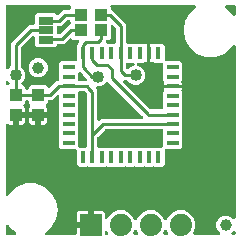
<source format=gbr>
G04 EAGLE Gerber RS-274X export*
G75*
%MOMM*%
%FSLAX34Y34*%
%LPD*%
%INTop Copper*%
%IPPOS*%
%AMOC8*
5,1,8,0,0,1.08239X$1,22.5*%
G01*
%ADD10R,1.000000X0.420000*%
%ADD11R,0.420000X1.000000*%
%ADD12R,1.270000X0.635000*%
%ADD13R,1.879600X1.879600*%
%ADD14C,1.879600*%
%ADD15R,1.000000X1.100000*%
%ADD16R,1.100000X1.000000*%
%ADD17C,1.000000*%
%ADD18C,1.016000*%
%ADD19C,0.254000*%

G36*
X63110Y4334D02*
X63110Y4334D01*
X63229Y4341D01*
X63267Y4354D01*
X63308Y4359D01*
X63418Y4402D01*
X63531Y4439D01*
X63566Y4461D01*
X63603Y4476D01*
X63699Y4545D01*
X63800Y4609D01*
X63828Y4639D01*
X63861Y4662D01*
X63937Y4754D01*
X64018Y4841D01*
X64038Y4876D01*
X64063Y4907D01*
X64114Y5015D01*
X64172Y5119D01*
X64182Y5159D01*
X64199Y5195D01*
X64221Y5312D01*
X64251Y5427D01*
X64255Y5487D01*
X64259Y5507D01*
X64257Y5528D01*
X64261Y5588D01*
X64261Y10161D01*
X74930Y10161D01*
X75048Y10176D01*
X75167Y10183D01*
X75205Y10196D01*
X75245Y10201D01*
X75356Y10244D01*
X75469Y10281D01*
X75503Y10303D01*
X75541Y10318D01*
X75637Y10388D01*
X75738Y10451D01*
X75766Y10481D01*
X75798Y10504D01*
X75874Y10596D01*
X75956Y10683D01*
X75975Y10718D01*
X76001Y10749D01*
X76052Y10857D01*
X76109Y10961D01*
X76120Y11001D01*
X76137Y11037D01*
X76159Y11154D01*
X76189Y11269D01*
X76193Y11330D01*
X76197Y11350D01*
X76195Y11370D01*
X76199Y11430D01*
X76199Y12701D01*
X77470Y12701D01*
X77588Y12716D01*
X77707Y12723D01*
X77745Y12736D01*
X77785Y12741D01*
X77896Y12785D01*
X78009Y12821D01*
X78044Y12843D01*
X78081Y12858D01*
X78177Y12928D01*
X78278Y12991D01*
X78306Y13021D01*
X78339Y13045D01*
X78414Y13136D01*
X78496Y13223D01*
X78516Y13258D01*
X78541Y13290D01*
X78592Y13397D01*
X78650Y13502D01*
X78660Y13541D01*
X78677Y13577D01*
X78699Y13694D01*
X78729Y13809D01*
X78733Y13870D01*
X78737Y13890D01*
X78735Y13910D01*
X78739Y13970D01*
X78739Y24639D01*
X85932Y24639D01*
X86579Y24466D01*
X87158Y24131D01*
X87631Y23658D01*
X87966Y23079D01*
X88139Y22432D01*
X88139Y19107D01*
X88147Y19038D01*
X88146Y18968D01*
X88167Y18881D01*
X88179Y18792D01*
X88204Y18727D01*
X88221Y18659D01*
X88263Y18580D01*
X88296Y18496D01*
X88337Y18440D01*
X88369Y18378D01*
X88430Y18312D01*
X88482Y18239D01*
X88536Y18194D01*
X88583Y18143D01*
X88658Y18093D01*
X88727Y18036D01*
X88791Y18006D01*
X88849Y17968D01*
X88934Y17939D01*
X89015Y17901D01*
X89084Y17887D01*
X89150Y17865D01*
X89239Y17858D01*
X89327Y17841D01*
X89397Y17845D01*
X89467Y17840D01*
X89555Y17855D01*
X89645Y17860D01*
X89711Y17882D01*
X89780Y17894D01*
X89862Y17931D01*
X89947Y17959D01*
X90006Y17996D01*
X90070Y18025D01*
X90140Y18081D01*
X90216Y18129D01*
X90264Y18179D01*
X90318Y18223D01*
X90373Y18295D01*
X90434Y18360D01*
X90468Y18421D01*
X90510Y18477D01*
X90581Y18622D01*
X91048Y19751D01*
X94550Y23252D01*
X99124Y25147D01*
X104076Y25147D01*
X108650Y23252D01*
X112152Y19750D01*
X113127Y17395D01*
X113196Y17275D01*
X113261Y17152D01*
X113275Y17137D01*
X113285Y17119D01*
X113382Y17019D01*
X113475Y16916D01*
X113492Y16905D01*
X113506Y16891D01*
X113624Y16818D01*
X113741Y16742D01*
X113760Y16735D01*
X113777Y16724D01*
X113910Y16684D01*
X114042Y16638D01*
X114062Y16637D01*
X114081Y16631D01*
X114220Y16624D01*
X114359Y16613D01*
X114379Y16617D01*
X114399Y16616D01*
X114535Y16644D01*
X114672Y16668D01*
X114691Y16676D01*
X114710Y16680D01*
X114835Y16741D01*
X114962Y16798D01*
X114978Y16811D01*
X114996Y16820D01*
X115102Y16910D01*
X115210Y16997D01*
X115223Y17013D01*
X115238Y17026D01*
X115318Y17139D01*
X115402Y17251D01*
X115414Y17276D01*
X115421Y17286D01*
X115428Y17305D01*
X115473Y17395D01*
X116448Y19750D01*
X119950Y23252D01*
X124524Y25147D01*
X129476Y25147D01*
X134050Y23252D01*
X137552Y19750D01*
X138527Y17395D01*
X138596Y17275D01*
X138661Y17152D01*
X138675Y17137D01*
X138685Y17119D01*
X138782Y17019D01*
X138875Y16916D01*
X138892Y16905D01*
X138906Y16891D01*
X139024Y16818D01*
X139141Y16742D01*
X139160Y16735D01*
X139177Y16724D01*
X139310Y16684D01*
X139442Y16638D01*
X139462Y16637D01*
X139481Y16631D01*
X139620Y16624D01*
X139759Y16613D01*
X139779Y16617D01*
X139799Y16616D01*
X139935Y16644D01*
X140072Y16668D01*
X140091Y16676D01*
X140110Y16680D01*
X140235Y16741D01*
X140362Y16798D01*
X140378Y16811D01*
X140396Y16820D01*
X140502Y16910D01*
X140610Y16997D01*
X140623Y17013D01*
X140638Y17026D01*
X140718Y17139D01*
X140802Y17251D01*
X140814Y17276D01*
X140821Y17286D01*
X140828Y17305D01*
X140873Y17395D01*
X141848Y19750D01*
X145350Y23252D01*
X149924Y25147D01*
X154876Y25147D01*
X159450Y23252D01*
X162952Y19750D01*
X164847Y15176D01*
X164847Y10224D01*
X163128Y6074D01*
X163114Y6026D01*
X163093Y5981D01*
X163073Y5873D01*
X163044Y5767D01*
X163043Y5717D01*
X163033Y5668D01*
X163040Y5559D01*
X163039Y5449D01*
X163050Y5401D01*
X163053Y5351D01*
X163087Y5247D01*
X163113Y5140D01*
X163136Y5096D01*
X163151Y5049D01*
X163210Y4956D01*
X163261Y4859D01*
X163295Y4822D01*
X163321Y4780D01*
X163402Y4705D01*
X163475Y4623D01*
X163517Y4596D01*
X163553Y4562D01*
X163649Y4509D01*
X163741Y4449D01*
X163788Y4432D01*
X163832Y4408D01*
X163938Y4381D01*
X164042Y4345D01*
X164091Y4341D01*
X164139Y4329D01*
X164300Y4319D01*
X184434Y4319D01*
X184572Y4336D01*
X184711Y4349D01*
X184730Y4356D01*
X184750Y4359D01*
X184879Y4410D01*
X185010Y4457D01*
X185027Y4468D01*
X185046Y4476D01*
X185158Y4557D01*
X185273Y4635D01*
X185287Y4651D01*
X185303Y4662D01*
X185392Y4770D01*
X185484Y4874D01*
X185493Y4892D01*
X185506Y4907D01*
X185565Y5033D01*
X185628Y5157D01*
X185633Y5177D01*
X185641Y5195D01*
X185667Y5332D01*
X185698Y5467D01*
X185697Y5488D01*
X185701Y5507D01*
X185692Y5646D01*
X185688Y5785D01*
X185683Y5805D01*
X185681Y5825D01*
X185639Y5957D01*
X185600Y6091D01*
X185590Y6108D01*
X185583Y6127D01*
X185509Y6245D01*
X185438Y6365D01*
X185420Y6386D01*
X185413Y6396D01*
X185398Y6410D01*
X185332Y6485D01*
X183677Y8141D01*
X182451Y11099D01*
X182451Y14301D01*
X183677Y17259D01*
X185941Y19523D01*
X188899Y20749D01*
X192101Y20749D01*
X195059Y19523D01*
X196715Y17868D01*
X196824Y17783D01*
X196931Y17694D01*
X196950Y17686D01*
X196966Y17673D01*
X197094Y17618D01*
X197219Y17559D01*
X197239Y17555D01*
X197258Y17547D01*
X197396Y17525D01*
X197532Y17499D01*
X197552Y17500D01*
X197572Y17497D01*
X197711Y17510D01*
X197849Y17519D01*
X197868Y17525D01*
X197888Y17527D01*
X198020Y17574D01*
X198151Y17617D01*
X198169Y17628D01*
X198188Y17634D01*
X198303Y17712D01*
X198420Y17787D01*
X198434Y17802D01*
X198451Y17813D01*
X198543Y17917D01*
X198638Y18018D01*
X198648Y18036D01*
X198661Y18051D01*
X198725Y18176D01*
X198792Y18297D01*
X198797Y18317D01*
X198806Y18335D01*
X198836Y18470D01*
X198871Y18605D01*
X198873Y18633D01*
X198876Y18645D01*
X198875Y18665D01*
X198881Y18766D01*
X198881Y164363D01*
X198863Y164508D01*
X198848Y164653D01*
X198843Y164666D01*
X198841Y164679D01*
X198788Y164814D01*
X198737Y164951D01*
X198729Y164962D01*
X198724Y164975D01*
X198639Y165092D01*
X198556Y165212D01*
X198545Y165221D01*
X198538Y165232D01*
X198426Y165325D01*
X198315Y165420D01*
X198303Y165426D01*
X198293Y165435D01*
X198161Y165497D01*
X198030Y165562D01*
X198017Y165565D01*
X198005Y165570D01*
X197863Y165598D01*
X197719Y165628D01*
X197706Y165628D01*
X197693Y165630D01*
X197548Y165621D01*
X197402Y165615D01*
X197388Y165611D01*
X197375Y165610D01*
X197237Y165566D01*
X197097Y165524D01*
X197085Y165517D01*
X197073Y165512D01*
X196950Y165435D01*
X196825Y165359D01*
X196815Y165349D01*
X196804Y165342D01*
X196704Y165236D01*
X196602Y165132D01*
X196592Y165117D01*
X196586Y165111D01*
X196578Y165096D01*
X196513Y164998D01*
X195385Y163045D01*
X189278Y157920D01*
X181786Y155193D01*
X173814Y155193D01*
X166322Y157920D01*
X160215Y163044D01*
X156229Y169949D01*
X154845Y177800D01*
X156229Y185651D01*
X160215Y192555D01*
X165082Y196640D01*
X165106Y196666D01*
X165135Y196686D01*
X165214Y196782D01*
X165299Y196873D01*
X165315Y196904D01*
X165338Y196931D01*
X165391Y197044D01*
X165450Y197153D01*
X165458Y197187D01*
X165474Y197219D01*
X165497Y197341D01*
X165527Y197461D01*
X165527Y197497D01*
X165533Y197532D01*
X165526Y197655D01*
X165525Y197779D01*
X165516Y197814D01*
X165514Y197849D01*
X165475Y197967D01*
X165444Y198087D01*
X165426Y198118D01*
X165416Y198151D01*
X165349Y198256D01*
X165289Y198365D01*
X165264Y198390D01*
X165245Y198420D01*
X165155Y198505D01*
X165070Y198595D01*
X165040Y198614D01*
X165014Y198638D01*
X164905Y198698D01*
X164800Y198764D01*
X164766Y198775D01*
X164735Y198792D01*
X164615Y198823D01*
X164497Y198860D01*
X164462Y198862D01*
X164427Y198871D01*
X164267Y198881D01*
X94195Y198881D01*
X94057Y198864D01*
X93918Y198851D01*
X93899Y198844D01*
X93879Y198841D01*
X93750Y198790D01*
X93619Y198743D01*
X93602Y198732D01*
X93583Y198724D01*
X93471Y198643D01*
X93356Y198565D01*
X93342Y198549D01*
X93326Y198538D01*
X93237Y198430D01*
X93145Y198326D01*
X93136Y198308D01*
X93123Y198293D01*
X93064Y198167D01*
X93001Y198043D01*
X92996Y198023D01*
X92988Y198005D01*
X92962Y197869D01*
X92931Y197733D01*
X92932Y197712D01*
X92928Y197693D01*
X92936Y197554D01*
X92941Y197415D01*
X92946Y197395D01*
X92948Y197375D01*
X92991Y197243D01*
X93029Y197109D01*
X93039Y197092D01*
X93046Y197073D01*
X93120Y196955D01*
X93191Y196835D01*
X93209Y196814D01*
X93216Y196804D01*
X93231Y196790D01*
X93249Y196769D01*
X93249Y196088D01*
X93264Y195970D01*
X93271Y195851D01*
X93284Y195813D01*
X93289Y195772D01*
X93332Y195662D01*
X93369Y195549D01*
X93391Y195514D01*
X93406Y195477D01*
X93475Y195381D01*
X93539Y195280D01*
X93569Y195252D01*
X93592Y195219D01*
X93684Y195143D01*
X93771Y195062D01*
X93806Y195042D01*
X93837Y195017D01*
X93945Y194966D01*
X94049Y194908D01*
X94089Y194898D01*
X94125Y194881D01*
X94242Y194859D01*
X94357Y194829D01*
X94417Y194825D01*
X94437Y194821D01*
X94458Y194823D01*
X94498Y194820D01*
X105919Y183399D01*
X105919Y167618D01*
X105934Y167500D01*
X105941Y167381D01*
X105954Y167343D01*
X105959Y167302D01*
X106002Y167192D01*
X106039Y167079D01*
X106061Y167044D01*
X106076Y167007D01*
X106145Y166911D01*
X106209Y166810D01*
X106239Y166782D01*
X106262Y166749D01*
X106354Y166673D01*
X106441Y166592D01*
X106476Y166572D01*
X106507Y166547D01*
X106615Y166496D01*
X106719Y166438D01*
X106759Y166428D01*
X106795Y166411D01*
X106912Y166389D01*
X107027Y166359D01*
X107087Y166355D01*
X107107Y166351D01*
X107128Y166353D01*
X107188Y166349D01*
X113099Y166349D01*
X113169Y166313D01*
X113209Y166304D01*
X113246Y166288D01*
X113363Y166269D01*
X113480Y166243D01*
X113520Y166244D01*
X113560Y166238D01*
X113678Y166249D01*
X113797Y166253D01*
X113836Y166264D01*
X113876Y166268D01*
X113989Y166308D01*
X114103Y166341D01*
X114116Y166349D01*
X120963Y166349D01*
X121311Y166001D01*
X121394Y165936D01*
X121472Y165864D01*
X121520Y165839D01*
X121562Y165806D01*
X121659Y165764D01*
X121752Y165714D01*
X121805Y165701D01*
X121854Y165679D01*
X121958Y165663D01*
X122061Y165638D01*
X122115Y165638D01*
X122168Y165630D01*
X122273Y165640D01*
X122379Y165641D01*
X122463Y165657D01*
X122485Y165659D01*
X122499Y165665D01*
X122537Y165672D01*
X123165Y165841D01*
X124331Y165841D01*
X124331Y158300D01*
X124331Y150759D01*
X123165Y150759D01*
X122537Y150928D01*
X122432Y150942D01*
X122329Y150965D01*
X122275Y150964D01*
X122222Y150971D01*
X122117Y150959D01*
X122011Y150956D01*
X121959Y150941D01*
X121906Y150934D01*
X121807Y150897D01*
X121706Y150867D01*
X121659Y150840D01*
X121609Y150821D01*
X121523Y150759D01*
X121432Y150706D01*
X121367Y150649D01*
X121350Y150636D01*
X121340Y150625D01*
X121311Y150599D01*
X120963Y150251D01*
X116449Y150251D01*
X116380Y150243D01*
X116310Y150244D01*
X116223Y150223D01*
X116134Y150211D01*
X116069Y150186D01*
X116001Y150169D01*
X115922Y150127D01*
X115838Y150094D01*
X115782Y150053D01*
X115720Y150021D01*
X115653Y149960D01*
X115581Y149908D01*
X115536Y149854D01*
X115485Y149807D01*
X115435Y149732D01*
X115378Y149663D01*
X115348Y149599D01*
X115310Y149541D01*
X115281Y149456D01*
X115242Y149375D01*
X115229Y149306D01*
X115207Y149240D01*
X115199Y149151D01*
X115183Y149063D01*
X115187Y148993D01*
X115181Y148923D01*
X115197Y148835D01*
X115202Y148745D01*
X115224Y148679D01*
X115236Y148610D01*
X115273Y148528D01*
X115300Y148443D01*
X115338Y148384D01*
X115366Y148320D01*
X115422Y148250D01*
X115471Y148174D01*
X115521Y148126D01*
X115565Y148072D01*
X115637Y148017D01*
X115702Y147956D01*
X115763Y147922D01*
X115819Y147880D01*
X115964Y147809D01*
X118905Y146591D01*
X121191Y144305D01*
X122429Y141317D01*
X122429Y138083D01*
X121191Y135095D01*
X118905Y132809D01*
X115917Y131571D01*
X112683Y131571D01*
X109695Y132809D01*
X107495Y135010D01*
X107416Y135070D01*
X107344Y135138D01*
X107291Y135167D01*
X107243Y135204D01*
X107152Y135244D01*
X107066Y135292D01*
X107007Y135307D01*
X106952Y135331D01*
X106854Y135346D01*
X106758Y135371D01*
X106658Y135377D01*
X106637Y135381D01*
X106625Y135379D01*
X106597Y135381D01*
X104931Y135381D01*
X104793Y135364D01*
X104654Y135351D01*
X104635Y135344D01*
X104615Y135341D01*
X104486Y135290D01*
X104355Y135243D01*
X104338Y135232D01*
X104319Y135224D01*
X104207Y135143D01*
X104092Y135065D01*
X104078Y135049D01*
X104062Y135038D01*
X103973Y134930D01*
X103881Y134826D01*
X103872Y134808D01*
X103859Y134793D01*
X103800Y134667D01*
X103737Y134543D01*
X103732Y134523D01*
X103724Y134505D01*
X103698Y134369D01*
X103667Y134233D01*
X103668Y134212D01*
X103664Y134193D01*
X103673Y134054D01*
X103677Y133915D01*
X103682Y133895D01*
X103684Y133875D01*
X103727Y133742D01*
X103765Y133609D01*
X103775Y133592D01*
X103782Y133573D01*
X103856Y133455D01*
X103927Y133335D01*
X103945Y133314D01*
X103952Y133304D01*
X103967Y133290D01*
X104033Y133215D01*
X125877Y111370D01*
X126257Y110990D01*
X126335Y110930D01*
X126408Y110862D01*
X126461Y110833D01*
X126508Y110796D01*
X126599Y110756D01*
X126686Y110708D01*
X126745Y110693D01*
X126800Y110669D01*
X126898Y110654D01*
X126994Y110629D01*
X127094Y110623D01*
X127114Y110619D01*
X127127Y110621D01*
X127155Y110619D01*
X136282Y110619D01*
X136400Y110634D01*
X136519Y110641D01*
X136557Y110654D01*
X136598Y110659D01*
X136708Y110702D01*
X136821Y110739D01*
X136856Y110761D01*
X136893Y110776D01*
X136989Y110845D01*
X137090Y110909D01*
X137118Y110939D01*
X137151Y110962D01*
X137227Y111054D01*
X137308Y111141D01*
X137328Y111176D01*
X137353Y111207D01*
X137404Y111315D01*
X137462Y111419D01*
X137472Y111459D01*
X137489Y111495D01*
X137511Y111612D01*
X137541Y111727D01*
X137545Y111787D01*
X137549Y111807D01*
X137547Y111828D01*
X137551Y111888D01*
X137551Y117798D01*
X137587Y117869D01*
X137596Y117908D01*
X137612Y117945D01*
X137631Y118063D01*
X137657Y118179D01*
X137656Y118220D01*
X137662Y118260D01*
X137651Y118378D01*
X137647Y118497D01*
X137636Y118536D01*
X137632Y118576D01*
X137592Y118688D01*
X137559Y118803D01*
X137551Y118816D01*
X137551Y125663D01*
X137899Y126011D01*
X137964Y126094D01*
X138036Y126172D01*
X138061Y126219D01*
X138094Y126262D01*
X138136Y126359D01*
X138186Y126452D01*
X138199Y126504D01*
X138221Y126554D01*
X138237Y126659D01*
X138262Y126761D01*
X138262Y126815D01*
X138270Y126868D01*
X138260Y126973D01*
X138259Y127079D01*
X138243Y127163D01*
X138241Y127185D01*
X138235Y127199D01*
X138228Y127237D01*
X138059Y127866D01*
X138059Y129031D01*
X145600Y129031D01*
X153141Y129031D01*
X153141Y127866D01*
X152972Y127237D01*
X152958Y127132D01*
X152935Y127029D01*
X152936Y126975D01*
X152929Y126922D01*
X152941Y126817D01*
X152944Y126711D01*
X152959Y126659D01*
X152966Y126606D01*
X153003Y126507D01*
X153033Y126406D01*
X153060Y126359D01*
X153079Y126309D01*
X153141Y126223D01*
X153194Y126132D01*
X153251Y126067D01*
X153264Y126050D01*
X153275Y126040D01*
X153301Y126011D01*
X153649Y125663D01*
X153649Y118801D01*
X153613Y118731D01*
X153604Y118691D01*
X153588Y118654D01*
X153569Y118537D01*
X153543Y118420D01*
X153544Y118380D01*
X153538Y118340D01*
X153549Y118222D01*
X153553Y118103D01*
X153564Y118064D01*
X153568Y118024D01*
X153608Y117911D01*
X153641Y117797D01*
X153649Y117784D01*
X153649Y110802D01*
X153613Y110731D01*
X153604Y110692D01*
X153588Y110655D01*
X153569Y110537D01*
X153543Y110421D01*
X153544Y110380D01*
X153538Y110340D01*
X153549Y110222D01*
X153553Y110103D01*
X153564Y110064D01*
X153568Y110024D01*
X153608Y109912D01*
X153641Y109797D01*
X153649Y109784D01*
X153649Y102802D01*
X153613Y102731D01*
X153604Y102692D01*
X153588Y102655D01*
X153569Y102537D01*
X153543Y102421D01*
X153544Y102380D01*
X153538Y102340D01*
X153549Y102222D01*
X153553Y102103D01*
X153564Y102064D01*
X153568Y102024D01*
X153608Y101912D01*
X153641Y101797D01*
X153649Y101784D01*
X153649Y94802D01*
X153613Y94731D01*
X153604Y94692D01*
X153588Y94655D01*
X153569Y94537D01*
X153543Y94421D01*
X153544Y94380D01*
X153538Y94340D01*
X153549Y94222D01*
X153553Y94103D01*
X153564Y94064D01*
X153568Y94024D01*
X153608Y93912D01*
X153641Y93797D01*
X153649Y93784D01*
X153649Y86802D01*
X153613Y86731D01*
X153604Y86692D01*
X153588Y86655D01*
X153569Y86537D01*
X153543Y86421D01*
X153544Y86380D01*
X153538Y86340D01*
X153549Y86222D01*
X153553Y86103D01*
X153564Y86064D01*
X153568Y86024D01*
X153608Y85912D01*
X153641Y85797D01*
X153649Y85784D01*
X153649Y78937D01*
X151863Y77151D01*
X140018Y77151D01*
X139900Y77136D01*
X139781Y77129D01*
X139743Y77116D01*
X139702Y77111D01*
X139592Y77068D01*
X139479Y77031D01*
X139444Y77009D01*
X139407Y76994D01*
X139311Y76925D01*
X139210Y76861D01*
X139182Y76831D01*
X139149Y76808D01*
X139073Y76716D01*
X138992Y76629D01*
X138972Y76594D01*
X138947Y76563D01*
X138896Y76455D01*
X138838Y76351D01*
X138828Y76311D01*
X138811Y76275D01*
X138789Y76158D01*
X138759Y76043D01*
X138755Y75983D01*
X138751Y75963D01*
X138753Y75942D01*
X138749Y75882D01*
X138749Y64037D01*
X136963Y62251D01*
X130101Y62251D01*
X130031Y62287D01*
X129991Y62296D01*
X129954Y62312D01*
X129837Y62331D01*
X129720Y62357D01*
X129680Y62356D01*
X129640Y62362D01*
X129522Y62351D01*
X129403Y62347D01*
X129364Y62336D01*
X129324Y62332D01*
X129211Y62292D01*
X129097Y62259D01*
X129084Y62251D01*
X122101Y62251D01*
X122031Y62287D01*
X121991Y62296D01*
X121954Y62312D01*
X121837Y62331D01*
X121720Y62357D01*
X121680Y62356D01*
X121640Y62362D01*
X121522Y62351D01*
X121403Y62347D01*
X121364Y62336D01*
X121324Y62332D01*
X121211Y62292D01*
X121097Y62259D01*
X121084Y62251D01*
X114101Y62251D01*
X114031Y62287D01*
X113991Y62296D01*
X113954Y62312D01*
X113837Y62331D01*
X113720Y62357D01*
X113680Y62356D01*
X113640Y62362D01*
X113522Y62351D01*
X113403Y62347D01*
X113364Y62336D01*
X113324Y62332D01*
X113211Y62292D01*
X113097Y62259D01*
X113084Y62251D01*
X106101Y62251D01*
X106031Y62287D01*
X105991Y62296D01*
X105954Y62312D01*
X105837Y62331D01*
X105720Y62357D01*
X105680Y62356D01*
X105640Y62362D01*
X105522Y62351D01*
X105403Y62347D01*
X105364Y62336D01*
X105324Y62332D01*
X105211Y62292D01*
X105097Y62259D01*
X105084Y62251D01*
X98102Y62251D01*
X98031Y62287D01*
X97992Y62296D01*
X97955Y62312D01*
X97837Y62331D01*
X97721Y62357D01*
X97680Y62356D01*
X97640Y62362D01*
X97522Y62351D01*
X97403Y62347D01*
X97364Y62336D01*
X97324Y62332D01*
X97212Y62292D01*
X97097Y62259D01*
X97084Y62251D01*
X90102Y62251D01*
X90031Y62287D01*
X89992Y62296D01*
X89955Y62312D01*
X89837Y62331D01*
X89721Y62357D01*
X89680Y62356D01*
X89640Y62362D01*
X89522Y62351D01*
X89403Y62347D01*
X89364Y62336D01*
X89324Y62332D01*
X89212Y62292D01*
X89097Y62259D01*
X89084Y62251D01*
X82102Y62251D01*
X82031Y62287D01*
X81992Y62296D01*
X81955Y62312D01*
X81837Y62331D01*
X81721Y62357D01*
X81680Y62356D01*
X81640Y62362D01*
X81522Y62351D01*
X81403Y62347D01*
X81364Y62336D01*
X81324Y62332D01*
X81212Y62292D01*
X81097Y62259D01*
X81084Y62251D01*
X74102Y62251D01*
X74031Y62287D01*
X73992Y62296D01*
X73955Y62312D01*
X73837Y62331D01*
X73721Y62357D01*
X73680Y62356D01*
X73640Y62362D01*
X73522Y62351D01*
X73403Y62347D01*
X73364Y62336D01*
X73324Y62332D01*
X73212Y62292D01*
X73097Y62259D01*
X73084Y62251D01*
X66237Y62251D01*
X64451Y64037D01*
X64451Y75882D01*
X64436Y76000D01*
X64429Y76119D01*
X64416Y76157D01*
X64411Y76198D01*
X64368Y76308D01*
X64331Y76421D01*
X64309Y76456D01*
X64294Y76493D01*
X64225Y76589D01*
X64161Y76690D01*
X64131Y76718D01*
X64108Y76751D01*
X64016Y76827D01*
X63929Y76908D01*
X63894Y76928D01*
X63863Y76953D01*
X63755Y77004D01*
X63651Y77062D01*
X63611Y77072D01*
X63575Y77089D01*
X63458Y77111D01*
X63343Y77141D01*
X63283Y77145D01*
X63263Y77149D01*
X63242Y77147D01*
X63182Y77151D01*
X51337Y77151D01*
X49551Y78937D01*
X49551Y85799D01*
X49587Y85869D01*
X49596Y85909D01*
X49612Y85946D01*
X49631Y86063D01*
X49657Y86180D01*
X49656Y86220D01*
X49662Y86260D01*
X49651Y86378D01*
X49647Y86497D01*
X49636Y86536D01*
X49632Y86576D01*
X49592Y86689D01*
X49559Y86803D01*
X49551Y86816D01*
X49551Y93799D01*
X49587Y93869D01*
X49596Y93909D01*
X49612Y93946D01*
X49631Y94063D01*
X49657Y94180D01*
X49656Y94220D01*
X49662Y94260D01*
X49651Y94378D01*
X49647Y94497D01*
X49636Y94536D01*
X49632Y94576D01*
X49592Y94689D01*
X49559Y94803D01*
X49551Y94816D01*
X49551Y101799D01*
X49587Y101869D01*
X49596Y101909D01*
X49612Y101946D01*
X49631Y102063D01*
X49657Y102180D01*
X49656Y102220D01*
X49662Y102260D01*
X49651Y102378D01*
X49647Y102497D01*
X49636Y102536D01*
X49632Y102576D01*
X49592Y102689D01*
X49559Y102803D01*
X49551Y102816D01*
X49551Y109799D01*
X49587Y109869D01*
X49596Y109909D01*
X49612Y109946D01*
X49631Y110063D01*
X49657Y110180D01*
X49656Y110220D01*
X49662Y110260D01*
X49651Y110378D01*
X49647Y110497D01*
X49636Y110536D01*
X49632Y110576D01*
X49592Y110689D01*
X49559Y110803D01*
X49551Y110816D01*
X49551Y117798D01*
X49587Y117869D01*
X49596Y117908D01*
X49612Y117945D01*
X49631Y118063D01*
X49657Y118179D01*
X49656Y118220D01*
X49662Y118260D01*
X49651Y118378D01*
X49647Y118497D01*
X49636Y118536D01*
X49632Y118576D01*
X49592Y118688D01*
X49559Y118803D01*
X49551Y118816D01*
X49551Y121659D01*
X49534Y121797D01*
X49521Y121936D01*
X49514Y121955D01*
X49511Y121975D01*
X49460Y122104D01*
X49413Y122235D01*
X49402Y122252D01*
X49394Y122271D01*
X49313Y122383D01*
X49235Y122498D01*
X49219Y122512D01*
X49208Y122528D01*
X49100Y122617D01*
X48996Y122709D01*
X48978Y122718D01*
X48963Y122731D01*
X48837Y122790D01*
X48713Y122853D01*
X48693Y122858D01*
X48675Y122866D01*
X48538Y122892D01*
X48403Y122923D01*
X48382Y122922D01*
X48363Y122926D01*
X48224Y122917D01*
X48085Y122913D01*
X48065Y122908D01*
X48045Y122906D01*
X47913Y122864D01*
X47779Y122825D01*
X47762Y122815D01*
X47743Y122808D01*
X47625Y122734D01*
X47505Y122663D01*
X47484Y122645D01*
X47474Y122638D01*
X47460Y122623D01*
X47385Y122557D01*
X46601Y121773D01*
X46600Y121773D01*
X43699Y118871D01*
X41068Y118871D01*
X40950Y118856D01*
X40831Y118849D01*
X40793Y118836D01*
X40752Y118831D01*
X40642Y118788D01*
X40529Y118751D01*
X40494Y118729D01*
X40457Y118714D01*
X40361Y118645D01*
X40260Y118581D01*
X40232Y118551D01*
X40199Y118528D01*
X40123Y118436D01*
X40042Y118349D01*
X40022Y118314D01*
X39997Y118283D01*
X39946Y118175D01*
X39888Y118071D01*
X39878Y118031D01*
X39861Y117995D01*
X39839Y117878D01*
X39809Y117763D01*
X39805Y117703D01*
X39801Y117683D01*
X39803Y117662D01*
X39799Y117602D01*
X39799Y116037D01*
X38600Y114838D01*
X38527Y114744D01*
X38448Y114655D01*
X38430Y114619D01*
X38405Y114587D01*
X38358Y114478D01*
X38303Y114372D01*
X38295Y114332D01*
X38279Y114295D01*
X38260Y114177D01*
X38234Y114061D01*
X38235Y114021D01*
X38229Y113981D01*
X38240Y113862D01*
X38243Y113744D01*
X38255Y113705D01*
X38259Y113664D01*
X38299Y113552D01*
X38332Y113438D01*
X38352Y113403D01*
X38366Y113365D01*
X38433Y113267D01*
X38493Y113164D01*
X38533Y113119D01*
X38545Y113102D01*
X38560Y113089D01*
X38600Y113043D01*
X38783Y112860D01*
X39118Y112281D01*
X39291Y111634D01*
X39291Y108299D01*
X32980Y108299D01*
X32862Y108284D01*
X32743Y108277D01*
X32705Y108264D01*
X32665Y108259D01*
X32554Y108216D01*
X32441Y108179D01*
X32407Y108157D01*
X32369Y108142D01*
X32273Y108073D01*
X32172Y108009D01*
X32144Y107979D01*
X32112Y107956D01*
X32036Y107864D01*
X31954Y107777D01*
X31935Y107742D01*
X31909Y107711D01*
X31858Y107603D01*
X31801Y107499D01*
X31791Y107459D01*
X31773Y107423D01*
X31753Y107316D01*
X31749Y107346D01*
X31705Y107456D01*
X31669Y107569D01*
X31647Y107604D01*
X31632Y107641D01*
X31562Y107737D01*
X31499Y107838D01*
X31469Y107866D01*
X31445Y107899D01*
X31354Y107975D01*
X31267Y108056D01*
X31232Y108076D01*
X31200Y108101D01*
X31093Y108152D01*
X30988Y108210D01*
X30949Y108220D01*
X30913Y108237D01*
X30796Y108259D01*
X30680Y108289D01*
X30620Y108293D01*
X30600Y108297D01*
X30580Y108295D01*
X30520Y108299D01*
X24209Y108299D01*
X24209Y111634D01*
X24382Y112281D01*
X24717Y112860D01*
X24900Y113043D01*
X24973Y113137D01*
X25052Y113227D01*
X25070Y113263D01*
X25095Y113295D01*
X25142Y113404D01*
X25197Y113510D01*
X25205Y113549D01*
X25221Y113586D01*
X25240Y113704D01*
X25266Y113820D01*
X25265Y113861D01*
X25271Y113901D01*
X25260Y114019D01*
X25257Y114138D01*
X25245Y114177D01*
X25241Y114217D01*
X25201Y114329D01*
X25168Y114444D01*
X25148Y114478D01*
X25134Y114516D01*
X25067Y114615D01*
X25007Y114717D01*
X24967Y114763D01*
X24955Y114780D01*
X24940Y114793D01*
X24900Y114838D01*
X23701Y116037D01*
X23701Y117212D01*
X23686Y117330D01*
X23679Y117449D01*
X23666Y117487D01*
X23661Y117528D01*
X23618Y117638D01*
X23581Y117751D01*
X23559Y117786D01*
X23544Y117823D01*
X23475Y117919D01*
X23411Y118020D01*
X23381Y118048D01*
X23358Y118081D01*
X23266Y118157D01*
X23179Y118238D01*
X23144Y118258D01*
X23113Y118283D01*
X23005Y118334D01*
X22901Y118392D01*
X22861Y118402D01*
X22825Y118419D01*
X22708Y118441D01*
X22593Y118471D01*
X22533Y118475D01*
X22513Y118479D01*
X22492Y118477D01*
X22432Y118481D01*
X22018Y118481D01*
X21900Y118466D01*
X21781Y118459D01*
X21743Y118446D01*
X21702Y118441D01*
X21592Y118398D01*
X21479Y118361D01*
X21444Y118339D01*
X21407Y118324D01*
X21311Y118255D01*
X21210Y118191D01*
X21182Y118161D01*
X21149Y118138D01*
X21073Y118046D01*
X20992Y117959D01*
X20972Y117924D01*
X20947Y117893D01*
X20896Y117785D01*
X20838Y117681D01*
X20828Y117641D01*
X20811Y117605D01*
X20789Y117488D01*
X20759Y117373D01*
X20755Y117313D01*
X20751Y117293D01*
X20753Y117272D01*
X20749Y117212D01*
X20749Y116037D01*
X19550Y114838D01*
X19477Y114744D01*
X19398Y114655D01*
X19380Y114619D01*
X19355Y114587D01*
X19308Y114478D01*
X19253Y114372D01*
X19245Y114332D01*
X19229Y114295D01*
X19210Y114177D01*
X19184Y114061D01*
X19185Y114021D01*
X19179Y113981D01*
X19190Y113862D01*
X19193Y113744D01*
X19205Y113705D01*
X19209Y113664D01*
X19249Y113552D01*
X19282Y113438D01*
X19302Y113403D01*
X19316Y113365D01*
X19383Y113267D01*
X19443Y113164D01*
X19483Y113119D01*
X19495Y113102D01*
X19510Y113089D01*
X19550Y113043D01*
X19733Y112860D01*
X20068Y112281D01*
X20241Y111634D01*
X20241Y108299D01*
X13930Y108299D01*
X13812Y108284D01*
X13693Y108277D01*
X13655Y108264D01*
X13615Y108259D01*
X13504Y108216D01*
X13391Y108179D01*
X13357Y108157D01*
X13319Y108142D01*
X13223Y108073D01*
X13122Y108009D01*
X13094Y107979D01*
X13062Y107956D01*
X12986Y107864D01*
X12904Y107777D01*
X12885Y107742D01*
X12859Y107711D01*
X12808Y107603D01*
X12751Y107499D01*
X12741Y107459D01*
X12723Y107423D01*
X12701Y107306D01*
X12671Y107191D01*
X12667Y107131D01*
X12664Y107111D01*
X12665Y107090D01*
X12661Y107030D01*
X12661Y105839D01*
X11470Y105839D01*
X11352Y105824D01*
X11233Y105817D01*
X11195Y105804D01*
X11154Y105799D01*
X11044Y105755D01*
X10931Y105719D01*
X10896Y105697D01*
X10859Y105682D01*
X10762Y105612D01*
X10662Y105549D01*
X10634Y105519D01*
X10601Y105495D01*
X10525Y105404D01*
X10444Y105317D01*
X10424Y105282D01*
X10399Y105250D01*
X10348Y105143D01*
X10290Y105038D01*
X10280Y104999D01*
X10263Y104963D01*
X10241Y104846D01*
X10211Y104730D01*
X10207Y104670D01*
X10203Y104650D01*
X10205Y104630D01*
X10201Y104570D01*
X10201Y97759D01*
X7366Y97759D01*
X6719Y97932D01*
X6223Y98219D01*
X6100Y98271D01*
X5981Y98327D01*
X5954Y98332D01*
X5929Y98342D01*
X5798Y98362D01*
X5668Y98387D01*
X5642Y98385D01*
X5615Y98389D01*
X5483Y98375D01*
X5351Y98367D01*
X5325Y98359D01*
X5299Y98356D01*
X5174Y98310D01*
X5049Y98269D01*
X5026Y98255D01*
X5000Y98245D01*
X4892Y98170D01*
X4780Y98099D01*
X4761Y98079D01*
X4739Y98064D01*
X4653Y97964D01*
X4562Y97867D01*
X4549Y97844D01*
X4531Y97823D01*
X4472Y97705D01*
X4408Y97589D01*
X4402Y97562D01*
X4390Y97538D01*
X4362Y97409D01*
X4329Y97281D01*
X4327Y97243D01*
X4323Y97227D01*
X4324Y97205D01*
X4319Y97120D01*
X4319Y38837D01*
X4337Y38692D01*
X4352Y38547D01*
X4357Y38534D01*
X4359Y38521D01*
X4412Y38386D01*
X4463Y38249D01*
X4471Y38238D01*
X4476Y38225D01*
X4561Y38108D01*
X4644Y37988D01*
X4655Y37979D01*
X4662Y37968D01*
X4774Y37875D01*
X4885Y37780D01*
X4897Y37774D01*
X4907Y37765D01*
X5039Y37703D01*
X5170Y37638D01*
X5183Y37635D01*
X5195Y37630D01*
X5337Y37602D01*
X5481Y37572D01*
X5494Y37572D01*
X5507Y37570D01*
X5652Y37579D01*
X5798Y37585D01*
X5812Y37589D01*
X5825Y37590D01*
X5963Y37634D01*
X6103Y37676D01*
X6115Y37683D01*
X6127Y37688D01*
X6250Y37765D01*
X6375Y37841D01*
X6385Y37851D01*
X6396Y37858D01*
X6496Y37964D01*
X6598Y38068D01*
X6608Y38083D01*
X6614Y38089D01*
X6622Y38104D01*
X6687Y38202D01*
X7815Y40155D01*
X13922Y45280D01*
X21414Y48007D01*
X29386Y48007D01*
X36878Y45280D01*
X42985Y40156D01*
X46971Y33251D01*
X48355Y25400D01*
X46971Y17549D01*
X42985Y10645D01*
X38118Y6560D01*
X38094Y6534D01*
X38065Y6514D01*
X37986Y6418D01*
X37901Y6327D01*
X37885Y6296D01*
X37862Y6269D01*
X37809Y6156D01*
X37750Y6047D01*
X37742Y6013D01*
X37726Y5981D01*
X37703Y5859D01*
X37673Y5739D01*
X37673Y5703D01*
X37667Y5668D01*
X37674Y5545D01*
X37675Y5421D01*
X37684Y5386D01*
X37686Y5351D01*
X37725Y5233D01*
X37756Y5113D01*
X37774Y5082D01*
X37784Y5049D01*
X37851Y4944D01*
X37911Y4835D01*
X37936Y4810D01*
X37955Y4780D01*
X38045Y4695D01*
X38130Y4605D01*
X38160Y4586D01*
X38186Y4562D01*
X38295Y4502D01*
X38400Y4436D01*
X38434Y4425D01*
X38465Y4408D01*
X38585Y4377D01*
X38703Y4340D01*
X38738Y4338D01*
X38773Y4329D01*
X38933Y4319D01*
X62992Y4319D01*
X63110Y4334D01*
G37*
G36*
X22550Y127134D02*
X22550Y127134D01*
X22669Y127141D01*
X22707Y127154D01*
X22748Y127159D01*
X22858Y127202D01*
X22971Y127239D01*
X23006Y127261D01*
X23043Y127276D01*
X23139Y127345D01*
X23240Y127409D01*
X23268Y127439D01*
X23301Y127462D01*
X23377Y127554D01*
X23458Y127641D01*
X23478Y127676D01*
X23503Y127707D01*
X23554Y127815D01*
X23612Y127919D01*
X23622Y127959D01*
X23639Y127995D01*
X23661Y128112D01*
X23691Y128227D01*
X23695Y128287D01*
X23699Y128307D01*
X23697Y128328D01*
X23701Y128388D01*
X23701Y129563D01*
X25487Y131349D01*
X38013Y131349D01*
X40089Y129272D01*
X40184Y129199D01*
X40273Y129120D01*
X40309Y129102D01*
X40341Y129077D01*
X40450Y129030D01*
X40556Y128976D01*
X40595Y128967D01*
X40633Y128951D01*
X40750Y128932D01*
X40866Y128906D01*
X40907Y128907D01*
X40947Y128901D01*
X41065Y128912D01*
X41184Y128916D01*
X41223Y128927D01*
X41263Y128931D01*
X41376Y128971D01*
X41490Y129004D01*
X41524Y129025D01*
X41563Y129038D01*
X41661Y129105D01*
X41764Y129166D01*
X41809Y129205D01*
X41826Y129217D01*
X41839Y129232D01*
X41884Y129272D01*
X47231Y134619D01*
X48282Y134619D01*
X48400Y134634D01*
X48519Y134641D01*
X48557Y134654D01*
X48598Y134659D01*
X48708Y134702D01*
X48821Y134739D01*
X48856Y134761D01*
X48893Y134776D01*
X48989Y134845D01*
X49090Y134909D01*
X49118Y134939D01*
X49151Y134962D01*
X49227Y135054D01*
X49308Y135141D01*
X49328Y135176D01*
X49353Y135207D01*
X49404Y135315D01*
X49462Y135419D01*
X49472Y135459D01*
X49489Y135495D01*
X49511Y135612D01*
X49541Y135727D01*
X49545Y135787D01*
X49549Y135807D01*
X49547Y135828D01*
X49551Y135888D01*
X49551Y141798D01*
X49587Y141869D01*
X49596Y141908D01*
X49612Y141945D01*
X49631Y142063D01*
X49657Y142179D01*
X49656Y142220D01*
X49662Y142260D01*
X49651Y142378D01*
X49647Y142497D01*
X49636Y142536D01*
X49632Y142576D01*
X49592Y142688D01*
X49559Y142803D01*
X49551Y142816D01*
X49551Y149663D01*
X51337Y151449D01*
X63182Y151449D01*
X63300Y151464D01*
X63419Y151471D01*
X63457Y151484D01*
X63498Y151489D01*
X63608Y151532D01*
X63721Y151569D01*
X63756Y151591D01*
X63793Y151606D01*
X63889Y151675D01*
X63990Y151739D01*
X64018Y151769D01*
X64051Y151792D01*
X64127Y151884D01*
X64208Y151971D01*
X64228Y152006D01*
X64253Y152037D01*
X64304Y152145D01*
X64362Y152249D01*
X64372Y152289D01*
X64389Y152325D01*
X64411Y152442D01*
X64441Y152557D01*
X64445Y152617D01*
X64449Y152637D01*
X64447Y152658D01*
X64451Y152718D01*
X64451Y164563D01*
X64909Y165021D01*
X64970Y165099D01*
X65038Y165171D01*
X65067Y165224D01*
X65104Y165272D01*
X65144Y165363D01*
X65192Y165450D01*
X65207Y165509D01*
X65231Y165564D01*
X65246Y165662D01*
X65271Y165758D01*
X65277Y165858D01*
X65281Y165878D01*
X65279Y165891D01*
X65281Y165919D01*
X65281Y166639D01*
X66227Y167585D01*
X66312Y167694D01*
X66401Y167801D01*
X66409Y167820D01*
X66422Y167836D01*
X66477Y167963D01*
X66536Y168089D01*
X66540Y168109D01*
X66548Y168128D01*
X66570Y168266D01*
X66596Y168402D01*
X66595Y168422D01*
X66598Y168442D01*
X66585Y168581D01*
X66576Y168719D01*
X66570Y168738D01*
X66568Y168758D01*
X66521Y168890D01*
X66478Y169021D01*
X66468Y169039D01*
X66461Y169058D01*
X66383Y169173D01*
X66308Y169290D01*
X66293Y169304D01*
X66282Y169321D01*
X66178Y169413D01*
X66077Y169508D01*
X66059Y169518D01*
X66044Y169531D01*
X65920Y169595D01*
X65798Y169662D01*
X65778Y169667D01*
X65760Y169676D01*
X65625Y169706D01*
X65490Y169741D01*
X65462Y169743D01*
X65450Y169746D01*
X65430Y169745D01*
X65329Y169751D01*
X60937Y169751D01*
X60241Y170448D01*
X60147Y170521D01*
X60057Y170600D01*
X60021Y170618D01*
X59989Y170643D01*
X59880Y170690D01*
X59774Y170744D01*
X59735Y170753D01*
X59697Y170769D01*
X59580Y170788D01*
X59464Y170814D01*
X59423Y170813D01*
X59383Y170819D01*
X59265Y170808D01*
X59146Y170804D01*
X59107Y170793D01*
X59067Y170789D01*
X58955Y170749D01*
X58840Y170716D01*
X58806Y170695D01*
X58767Y170682D01*
X58669Y170615D01*
X58566Y170554D01*
X58521Y170514D01*
X58504Y170503D01*
X58491Y170488D01*
X58446Y170448D01*
X53859Y165861D01*
X48652Y165861D01*
X48553Y165849D01*
X48454Y165846D01*
X48396Y165829D01*
X48336Y165821D01*
X48244Y165785D01*
X48149Y165757D01*
X48097Y165727D01*
X48040Y165704D01*
X47960Y165646D01*
X47875Y165596D01*
X47800Y165530D01*
X47783Y165518D01*
X47775Y165508D01*
X47754Y165490D01*
X45713Y163448D01*
X30487Y163448D01*
X28701Y165234D01*
X28701Y171929D01*
X28684Y172067D01*
X28671Y172206D01*
X28664Y172225D01*
X28661Y172245D01*
X28610Y172374D01*
X28563Y172505D01*
X28552Y172522D01*
X28544Y172541D01*
X28463Y172653D01*
X28385Y172768D01*
X28369Y172782D01*
X28358Y172798D01*
X28250Y172887D01*
X28146Y172979D01*
X28128Y172988D01*
X28113Y173001D01*
X27987Y173060D01*
X27863Y173123D01*
X27843Y173128D01*
X27825Y173136D01*
X27689Y173162D01*
X27553Y173193D01*
X27532Y173192D01*
X27513Y173196D01*
X27374Y173187D01*
X27235Y173183D01*
X27215Y173178D01*
X27195Y173176D01*
X27063Y173134D01*
X26929Y173095D01*
X26912Y173085D01*
X26893Y173078D01*
X26775Y173004D01*
X26655Y172933D01*
X26634Y172915D01*
X26624Y172908D01*
X26610Y172893D01*
X26535Y172827D01*
X17390Y163683D01*
X17330Y163605D01*
X17262Y163532D01*
X17233Y163479D01*
X17196Y163432D01*
X17156Y163341D01*
X17108Y163254D01*
X17093Y163195D01*
X17069Y163140D01*
X17054Y163042D01*
X17029Y162946D01*
X17023Y162846D01*
X17019Y162826D01*
X17021Y162813D01*
X17019Y162785D01*
X17019Y147403D01*
X17031Y147305D01*
X17034Y147206D01*
X17051Y147147D01*
X17059Y147087D01*
X17095Y146995D01*
X17123Y146900D01*
X17153Y146848D01*
X17176Y146792D01*
X17234Y146712D01*
X17284Y146626D01*
X17350Y146551D01*
X17362Y146534D01*
X17372Y146526D01*
X17390Y146505D01*
X19591Y144305D01*
X20829Y141317D01*
X20829Y138083D01*
X19591Y135095D01*
X18011Y133515D01*
X17926Y133406D01*
X17837Y133299D01*
X17829Y133280D01*
X17816Y133264D01*
X17761Y133136D01*
X17702Y133011D01*
X17698Y132991D01*
X17690Y132972D01*
X17668Y132834D01*
X17642Y132698D01*
X17643Y132678D01*
X17640Y132658D01*
X17653Y132519D01*
X17662Y132381D01*
X17668Y132362D01*
X17670Y132342D01*
X17717Y132210D01*
X17760Y132079D01*
X17771Y132061D01*
X17778Y132042D01*
X17856Y131927D01*
X17930Y131810D01*
X17945Y131796D01*
X17956Y131779D01*
X18060Y131687D01*
X18162Y131592D01*
X18179Y131582D01*
X18195Y131569D01*
X18319Y131505D01*
X18440Y131438D01*
X18460Y131433D01*
X18478Y131424D01*
X18614Y131394D01*
X18748Y131359D01*
X18776Y131357D01*
X18788Y131354D01*
X18809Y131355D01*
X18909Y131349D01*
X18963Y131349D01*
X20749Y129563D01*
X20749Y128388D01*
X20764Y128270D01*
X20771Y128151D01*
X20784Y128113D01*
X20789Y128072D01*
X20832Y127962D01*
X20869Y127849D01*
X20891Y127814D01*
X20906Y127777D01*
X20975Y127681D01*
X21039Y127580D01*
X21069Y127552D01*
X21092Y127519D01*
X21184Y127443D01*
X21271Y127362D01*
X21306Y127342D01*
X21337Y127317D01*
X21445Y127266D01*
X21549Y127208D01*
X21589Y127198D01*
X21625Y127181D01*
X21742Y127159D01*
X21857Y127129D01*
X21917Y127125D01*
X21937Y127121D01*
X21958Y127123D01*
X22018Y127119D01*
X22432Y127119D01*
X22550Y127134D01*
G37*
G36*
X5646Y144621D02*
X5646Y144621D01*
X5785Y144625D01*
X5805Y144631D01*
X5825Y144632D01*
X5957Y144675D01*
X6091Y144713D01*
X6108Y144724D01*
X6127Y144730D01*
X6245Y144804D01*
X6365Y144875D01*
X6386Y144893D01*
X6396Y144900D01*
X6410Y144915D01*
X6485Y144981D01*
X8010Y146505D01*
X8070Y146584D01*
X8138Y146656D01*
X8167Y146709D01*
X8204Y146757D01*
X8244Y146848D01*
X8292Y146934D01*
X8307Y146993D01*
X8331Y147048D01*
X8346Y147146D01*
X8371Y147242D01*
X8377Y147342D01*
X8381Y147363D01*
X8379Y147375D01*
X8381Y147403D01*
X8381Y166889D01*
X23611Y182119D01*
X27432Y182119D01*
X27550Y182134D01*
X27669Y182141D01*
X27707Y182154D01*
X27748Y182159D01*
X27858Y182202D01*
X27971Y182239D01*
X28006Y182261D01*
X28043Y182276D01*
X28139Y182345D01*
X28240Y182409D01*
X28268Y182439D01*
X28301Y182462D01*
X28377Y182554D01*
X28458Y182641D01*
X28478Y182676D01*
X28503Y182707D01*
X28554Y182815D01*
X28612Y182919D01*
X28622Y182959D01*
X28639Y182995D01*
X28661Y183112D01*
X28691Y183227D01*
X28695Y183287D01*
X28699Y183307D01*
X28697Y183328D01*
X28701Y183388D01*
X28701Y190366D01*
X30487Y192152D01*
X45713Y192152D01*
X47036Y190829D01*
X47130Y190756D01*
X47219Y190677D01*
X47255Y190658D01*
X47287Y190634D01*
X47397Y190586D01*
X47503Y190532D01*
X47542Y190523D01*
X47579Y190507D01*
X47697Y190489D01*
X47813Y190463D01*
X47853Y190464D01*
X47893Y190457D01*
X48012Y190469D01*
X48131Y190472D01*
X48170Y190483D01*
X48210Y190487D01*
X48322Y190528D01*
X48436Y190561D01*
X48471Y190581D01*
X48509Y190595D01*
X48608Y190662D01*
X48710Y190722D01*
X48755Y190762D01*
X48772Y190773D01*
X48786Y190789D01*
X48831Y190829D01*
X52821Y194819D01*
X57882Y194819D01*
X58000Y194834D01*
X58119Y194841D01*
X58157Y194854D01*
X58198Y194859D01*
X58308Y194902D01*
X58421Y194939D01*
X58456Y194961D01*
X58493Y194976D01*
X58589Y195045D01*
X58690Y195109D01*
X58718Y195139D01*
X58751Y195162D01*
X58827Y195254D01*
X58908Y195341D01*
X58928Y195376D01*
X58953Y195407D01*
X59004Y195515D01*
X59062Y195619D01*
X59072Y195659D01*
X59089Y195695D01*
X59111Y195812D01*
X59141Y195927D01*
X59145Y195987D01*
X59149Y196007D01*
X59147Y196028D01*
X59151Y196088D01*
X59151Y196777D01*
X59188Y196824D01*
X59277Y196931D01*
X59285Y196950D01*
X59298Y196966D01*
X59353Y197094D01*
X59412Y197219D01*
X59416Y197239D01*
X59424Y197258D01*
X59446Y197395D01*
X59472Y197532D01*
X59471Y197552D01*
X59474Y197572D01*
X59461Y197710D01*
X59452Y197849D01*
X59446Y197868D01*
X59444Y197888D01*
X59397Y198019D01*
X59354Y198151D01*
X59344Y198169D01*
X59337Y198188D01*
X59259Y198303D01*
X59184Y198420D01*
X59169Y198434D01*
X59158Y198451D01*
X59054Y198543D01*
X58953Y198638D01*
X58935Y198648D01*
X58920Y198661D01*
X58796Y198724D01*
X58674Y198792D01*
X58654Y198797D01*
X58636Y198806D01*
X58501Y198836D01*
X58366Y198871D01*
X58338Y198873D01*
X58326Y198876D01*
X58306Y198875D01*
X58205Y198881D01*
X5588Y198881D01*
X5470Y198866D01*
X5351Y198859D01*
X5313Y198846D01*
X5272Y198841D01*
X5162Y198798D01*
X5049Y198761D01*
X5014Y198739D01*
X4977Y198724D01*
X4881Y198655D01*
X4780Y198591D01*
X4752Y198561D01*
X4719Y198538D01*
X4643Y198446D01*
X4562Y198359D01*
X4542Y198324D01*
X4517Y198293D01*
X4466Y198185D01*
X4408Y198081D01*
X4398Y198041D01*
X4381Y198005D01*
X4359Y197888D01*
X4329Y197773D01*
X4325Y197713D01*
X4321Y197693D01*
X4323Y197672D01*
X4319Y197612D01*
X4319Y145879D01*
X4336Y145741D01*
X4349Y145602D01*
X4356Y145583D01*
X4359Y145563D01*
X4410Y145434D01*
X4457Y145303D01*
X4468Y145286D01*
X4476Y145268D01*
X4557Y145155D01*
X4635Y145040D01*
X4651Y145027D01*
X4662Y145010D01*
X4770Y144921D01*
X4874Y144829D01*
X4892Y144820D01*
X4907Y144807D01*
X5033Y144748D01*
X5157Y144685D01*
X5177Y144680D01*
X5195Y144672D01*
X5332Y144646D01*
X5467Y144615D01*
X5488Y144616D01*
X5507Y144612D01*
X5646Y144621D01*
G37*
G36*
X97678Y78249D02*
X97678Y78249D01*
X97797Y78253D01*
X97836Y78264D01*
X97876Y78268D01*
X97989Y78308D01*
X98103Y78341D01*
X98116Y78349D01*
X105098Y78349D01*
X105169Y78313D01*
X105208Y78304D01*
X105245Y78288D01*
X105363Y78269D01*
X105479Y78243D01*
X105520Y78244D01*
X105560Y78238D01*
X105678Y78249D01*
X105797Y78253D01*
X105836Y78264D01*
X105876Y78268D01*
X105988Y78308D01*
X106103Y78341D01*
X106116Y78349D01*
X113098Y78349D01*
X113169Y78313D01*
X113208Y78304D01*
X113245Y78288D01*
X113363Y78269D01*
X113479Y78243D01*
X113520Y78244D01*
X113560Y78238D01*
X113678Y78249D01*
X113797Y78253D01*
X113836Y78264D01*
X113876Y78268D01*
X113988Y78308D01*
X114103Y78341D01*
X114116Y78349D01*
X121098Y78349D01*
X121169Y78313D01*
X121208Y78304D01*
X121245Y78288D01*
X121363Y78269D01*
X121479Y78243D01*
X121520Y78244D01*
X121560Y78238D01*
X121678Y78249D01*
X121797Y78253D01*
X121836Y78264D01*
X121876Y78268D01*
X121988Y78308D01*
X122103Y78341D01*
X122116Y78349D01*
X129098Y78349D01*
X129169Y78313D01*
X129208Y78304D01*
X129245Y78288D01*
X129363Y78269D01*
X129479Y78243D01*
X129520Y78244D01*
X129560Y78238D01*
X129678Y78249D01*
X129797Y78253D01*
X129836Y78264D01*
X129876Y78268D01*
X129988Y78308D01*
X130103Y78341D01*
X130116Y78349D01*
X136282Y78349D01*
X136400Y78364D01*
X136519Y78371D01*
X136557Y78384D01*
X136598Y78389D01*
X136708Y78432D01*
X136821Y78469D01*
X136856Y78491D01*
X136893Y78506D01*
X136989Y78575D01*
X137090Y78639D01*
X137118Y78669D01*
X137151Y78692D01*
X137227Y78784D01*
X137308Y78871D01*
X137328Y78906D01*
X137353Y78937D01*
X137404Y79045D01*
X137462Y79149D01*
X137472Y79189D01*
X137489Y79225D01*
X137511Y79342D01*
X137541Y79457D01*
X137545Y79517D01*
X137549Y79537D01*
X137547Y79558D01*
X137551Y79618D01*
X137551Y85799D01*
X137587Y85869D01*
X137596Y85909D01*
X137612Y85946D01*
X137631Y86063D01*
X137657Y86180D01*
X137656Y86220D01*
X137662Y86260D01*
X137651Y86378D01*
X137647Y86497D01*
X137636Y86536D01*
X137632Y86576D01*
X137592Y86689D01*
X137559Y86803D01*
X137551Y86816D01*
X137551Y92712D01*
X137536Y92830D01*
X137529Y92949D01*
X137516Y92987D01*
X137511Y93028D01*
X137468Y93138D01*
X137431Y93251D01*
X137409Y93286D01*
X137394Y93323D01*
X137325Y93419D01*
X137261Y93520D01*
X137231Y93548D01*
X137208Y93581D01*
X137116Y93657D01*
X137029Y93738D01*
X136994Y93758D01*
X136963Y93783D01*
X136855Y93834D01*
X136751Y93892D01*
X136711Y93902D01*
X136675Y93919D01*
X136558Y93941D01*
X136443Y93971D01*
X136383Y93975D01*
X136363Y93979D01*
X136342Y93977D01*
X136282Y93981D01*
X89315Y93981D01*
X89216Y93969D01*
X89117Y93966D01*
X89059Y93949D01*
X88999Y93941D01*
X88907Y93905D01*
X88812Y93877D01*
X88760Y93847D01*
X88703Y93824D01*
X88623Y93766D01*
X88538Y93716D01*
X88463Y93650D01*
X88446Y93638D01*
X88438Y93628D01*
X88417Y93610D01*
X82290Y87483D01*
X82230Y87405D01*
X82162Y87332D01*
X82133Y87279D01*
X82096Y87232D01*
X82056Y87141D01*
X82008Y87054D01*
X81993Y86995D01*
X81969Y86940D01*
X81954Y86842D01*
X81929Y86746D01*
X81923Y86646D01*
X81919Y86626D01*
X81921Y86613D01*
X81919Y86585D01*
X81919Y79618D01*
X81934Y79500D01*
X81941Y79381D01*
X81954Y79343D01*
X81959Y79302D01*
X82002Y79192D01*
X82039Y79079D01*
X82061Y79044D01*
X82076Y79007D01*
X82145Y78911D01*
X82209Y78810D01*
X82239Y78782D01*
X82262Y78749D01*
X82354Y78673D01*
X82441Y78592D01*
X82476Y78572D01*
X82507Y78547D01*
X82615Y78496D01*
X82719Y78438D01*
X82759Y78428D01*
X82795Y78411D01*
X82912Y78389D01*
X83027Y78359D01*
X83087Y78355D01*
X83107Y78351D01*
X83128Y78353D01*
X83188Y78349D01*
X89099Y78349D01*
X89169Y78313D01*
X89209Y78304D01*
X89246Y78288D01*
X89363Y78269D01*
X89480Y78243D01*
X89520Y78244D01*
X89560Y78238D01*
X89678Y78249D01*
X89797Y78253D01*
X89836Y78264D01*
X89876Y78268D01*
X89989Y78308D01*
X90103Y78341D01*
X90116Y78349D01*
X97099Y78349D01*
X97169Y78313D01*
X97209Y78304D01*
X97246Y78288D01*
X97363Y78269D01*
X97480Y78243D01*
X97520Y78244D01*
X97560Y78238D01*
X97678Y78249D01*
G37*
G36*
X83246Y101133D02*
X83246Y101133D01*
X83385Y101137D01*
X83405Y101142D01*
X83425Y101144D01*
X83557Y101186D01*
X83691Y101225D01*
X83708Y101235D01*
X83727Y101242D01*
X83845Y101316D01*
X83965Y101387D01*
X83986Y101405D01*
X83996Y101412D01*
X84010Y101427D01*
X84085Y101493D01*
X85211Y102619D01*
X119349Y102619D01*
X119487Y102636D01*
X119626Y102649D01*
X119645Y102656D01*
X119665Y102659D01*
X119794Y102710D01*
X119925Y102757D01*
X119942Y102768D01*
X119961Y102776D01*
X120073Y102857D01*
X120188Y102935D01*
X120202Y102951D01*
X120218Y102962D01*
X120307Y103070D01*
X120399Y103174D01*
X120408Y103192D01*
X120421Y103207D01*
X120480Y103333D01*
X120543Y103457D01*
X120548Y103477D01*
X120556Y103495D01*
X120582Y103631D01*
X120613Y103767D01*
X120612Y103788D01*
X120616Y103807D01*
X120607Y103946D01*
X120603Y104085D01*
X120598Y104105D01*
X120596Y104125D01*
X120554Y104257D01*
X120515Y104391D01*
X120505Y104408D01*
X120498Y104427D01*
X120424Y104545D01*
X120353Y104665D01*
X120335Y104686D01*
X120328Y104696D01*
X120313Y104710D01*
X120247Y104786D01*
X119770Y105263D01*
X91222Y133811D01*
X91127Y133884D01*
X91038Y133963D01*
X91002Y133981D01*
X90970Y134006D01*
X90861Y134053D01*
X90755Y134107D01*
X90716Y134116D01*
X90678Y134132D01*
X90561Y134151D01*
X90445Y134177D01*
X90404Y134176D01*
X90364Y134182D01*
X90246Y134171D01*
X90127Y134167D01*
X90088Y134156D01*
X90048Y134152D01*
X89936Y134112D01*
X89821Y134079D01*
X89787Y134058D01*
X89748Y134045D01*
X89650Y133978D01*
X89547Y133917D01*
X89502Y133877D01*
X89485Y133866D01*
X89472Y133851D01*
X89427Y133811D01*
X87155Y131539D01*
X84167Y130301D01*
X82071Y130301D01*
X81933Y130284D01*
X81794Y130271D01*
X81775Y130264D01*
X81755Y130261D01*
X81626Y130210D01*
X81495Y130163D01*
X81478Y130152D01*
X81459Y130144D01*
X81347Y130063D01*
X81232Y129985D01*
X81218Y129969D01*
X81202Y129958D01*
X81113Y129850D01*
X81021Y129746D01*
X81012Y129728D01*
X80999Y129713D01*
X80940Y129587D01*
X80877Y129463D01*
X80872Y129443D01*
X80864Y129425D01*
X80838Y129288D01*
X80807Y129153D01*
X80808Y129132D01*
X80804Y129113D01*
X80813Y128974D01*
X80817Y128835D01*
X80822Y128815D01*
X80824Y128795D01*
X80866Y128663D01*
X80905Y128529D01*
X80915Y128512D01*
X80922Y128493D01*
X80996Y128375D01*
X81067Y128255D01*
X81085Y128234D01*
X81092Y128224D01*
X81107Y128210D01*
X81173Y128135D01*
X81919Y127389D01*
X81919Y102391D01*
X81936Y102253D01*
X81949Y102114D01*
X81956Y102095D01*
X81959Y102075D01*
X82010Y101946D01*
X82057Y101815D01*
X82068Y101798D01*
X82076Y101779D01*
X82157Y101667D01*
X82235Y101552D01*
X82251Y101538D01*
X82262Y101522D01*
X82370Y101433D01*
X82474Y101341D01*
X82492Y101332D01*
X82507Y101319D01*
X82633Y101260D01*
X82757Y101197D01*
X82777Y101192D01*
X82795Y101184D01*
X82932Y101158D01*
X83067Y101127D01*
X83088Y101128D01*
X83107Y101124D01*
X83246Y101133D01*
G37*
%LPC*%
G36*
X145600Y131569D02*
X145600Y131569D01*
X138059Y131569D01*
X138059Y132734D01*
X138228Y133363D01*
X138242Y133468D01*
X138265Y133571D01*
X138264Y133625D01*
X138271Y133678D01*
X138259Y133783D01*
X138256Y133889D01*
X138241Y133941D01*
X138234Y133994D01*
X138197Y134093D01*
X138167Y134194D01*
X138140Y134241D01*
X138121Y134291D01*
X138059Y134377D01*
X138006Y134468D01*
X137949Y134533D01*
X137936Y134550D01*
X137925Y134560D01*
X137899Y134589D01*
X137551Y134937D01*
X137551Y141798D01*
X137587Y141869D01*
X137596Y141908D01*
X137612Y141945D01*
X137631Y142063D01*
X137657Y142179D01*
X137656Y142220D01*
X137662Y142260D01*
X137651Y142378D01*
X137647Y142497D01*
X137636Y142536D01*
X137632Y142576D01*
X137592Y142688D01*
X137559Y142803D01*
X137551Y142816D01*
X137551Y148982D01*
X137536Y149100D01*
X137529Y149219D01*
X137516Y149257D01*
X137511Y149298D01*
X137468Y149408D01*
X137431Y149521D01*
X137409Y149556D01*
X137394Y149593D01*
X137325Y149689D01*
X137261Y149790D01*
X137231Y149818D01*
X137208Y149851D01*
X137116Y149927D01*
X137029Y150008D01*
X136994Y150028D01*
X136963Y150053D01*
X136855Y150104D01*
X136751Y150162D01*
X136711Y150172D01*
X136675Y150189D01*
X136558Y150211D01*
X136443Y150241D01*
X136383Y150245D01*
X136363Y150249D01*
X136342Y150247D01*
X136282Y150251D01*
X130237Y150251D01*
X129889Y150599D01*
X129806Y150664D01*
X129728Y150736D01*
X129680Y150761D01*
X129638Y150794D01*
X129541Y150836D01*
X129448Y150886D01*
X129395Y150899D01*
X129346Y150921D01*
X129242Y150937D01*
X129139Y150962D01*
X129085Y150962D01*
X129032Y150970D01*
X128927Y150960D01*
X128821Y150959D01*
X128737Y150943D01*
X128715Y150941D01*
X128701Y150935D01*
X128663Y150928D01*
X128035Y150759D01*
X126869Y150759D01*
X126869Y158300D01*
X126869Y165841D01*
X128035Y165841D01*
X128663Y165672D01*
X128768Y165658D01*
X128871Y165635D01*
X128925Y165636D01*
X128978Y165629D01*
X129083Y165641D01*
X129189Y165644D01*
X129241Y165659D01*
X129294Y165666D01*
X129393Y165703D01*
X129494Y165733D01*
X129541Y165760D01*
X129591Y165779D01*
X129677Y165841D01*
X129768Y165894D01*
X129833Y165951D01*
X129850Y165964D01*
X129860Y165975D01*
X129889Y166001D01*
X130237Y166349D01*
X136963Y166349D01*
X138749Y164563D01*
X138749Y152718D01*
X138764Y152600D01*
X138771Y152481D01*
X138784Y152443D01*
X138789Y152402D01*
X138832Y152292D01*
X138869Y152179D01*
X138891Y152144D01*
X138906Y152107D01*
X138975Y152011D01*
X139039Y151910D01*
X139069Y151882D01*
X139092Y151849D01*
X139184Y151773D01*
X139271Y151692D01*
X139306Y151672D01*
X139337Y151647D01*
X139445Y151596D01*
X139549Y151538D01*
X139589Y151528D01*
X139625Y151511D01*
X139742Y151489D01*
X139857Y151459D01*
X139917Y151455D01*
X139937Y151451D01*
X139958Y151453D01*
X140018Y151449D01*
X151863Y151449D01*
X153649Y149663D01*
X153649Y142801D01*
X153613Y142731D01*
X153604Y142691D01*
X153588Y142654D01*
X153569Y142537D01*
X153543Y142420D01*
X153544Y142380D01*
X153538Y142340D01*
X153549Y142222D01*
X153553Y142103D01*
X153564Y142064D01*
X153568Y142024D01*
X153608Y141911D01*
X153641Y141797D01*
X153649Y141784D01*
X153649Y134937D01*
X153301Y134589D01*
X153236Y134506D01*
X153164Y134428D01*
X153139Y134381D01*
X153106Y134338D01*
X153064Y134241D01*
X153014Y134148D01*
X153001Y134096D01*
X152979Y134046D01*
X152963Y133941D01*
X152938Y133839D01*
X152938Y133785D01*
X152930Y133732D01*
X152940Y133627D01*
X152941Y133521D01*
X152957Y133437D01*
X152959Y133415D01*
X152965Y133401D01*
X152972Y133363D01*
X153141Y132734D01*
X153141Y131569D01*
X145600Y131569D01*
X145600Y131569D01*
G37*
%LPD*%
G36*
X72130Y78364D02*
X72130Y78364D01*
X72249Y78371D01*
X72287Y78384D01*
X72328Y78389D01*
X72438Y78432D01*
X72551Y78469D01*
X72586Y78491D01*
X72623Y78506D01*
X72719Y78575D01*
X72820Y78639D01*
X72848Y78669D01*
X72881Y78692D01*
X72957Y78784D01*
X73038Y78871D01*
X73058Y78906D01*
X73083Y78937D01*
X73134Y79045D01*
X73192Y79149D01*
X73202Y79189D01*
X73219Y79225D01*
X73241Y79342D01*
X73271Y79457D01*
X73275Y79517D01*
X73279Y79537D01*
X73277Y79558D01*
X73281Y79618D01*
X73281Y123285D01*
X73269Y123384D01*
X73266Y123483D01*
X73249Y123541D01*
X73241Y123601D01*
X73205Y123693D01*
X73177Y123788D01*
X73147Y123840D01*
X73124Y123897D01*
X73066Y123977D01*
X73016Y124062D01*
X72950Y124137D01*
X72938Y124154D01*
X72928Y124162D01*
X72910Y124183D01*
X71483Y125610D01*
X71405Y125670D01*
X71332Y125738D01*
X71279Y125767D01*
X71232Y125804D01*
X71141Y125844D01*
X71054Y125892D01*
X70995Y125907D01*
X70940Y125931D01*
X70842Y125946D01*
X70746Y125971D01*
X70646Y125977D01*
X70626Y125981D01*
X70613Y125979D01*
X70585Y125981D01*
X66918Y125981D01*
X66800Y125966D01*
X66681Y125959D01*
X66643Y125946D01*
X66602Y125941D01*
X66492Y125898D01*
X66379Y125861D01*
X66344Y125839D01*
X66307Y125824D01*
X66211Y125755D01*
X66110Y125691D01*
X66082Y125661D01*
X66049Y125638D01*
X65973Y125546D01*
X65892Y125459D01*
X65872Y125424D01*
X65847Y125393D01*
X65796Y125285D01*
X65738Y125181D01*
X65728Y125141D01*
X65711Y125105D01*
X65689Y124988D01*
X65659Y124873D01*
X65655Y124813D01*
X65651Y124793D01*
X65653Y124772D01*
X65649Y124712D01*
X65649Y118801D01*
X65613Y118731D01*
X65604Y118691D01*
X65588Y118654D01*
X65569Y118537D01*
X65543Y118420D01*
X65544Y118380D01*
X65538Y118340D01*
X65549Y118222D01*
X65553Y118103D01*
X65564Y118064D01*
X65568Y118024D01*
X65608Y117911D01*
X65641Y117797D01*
X65649Y117784D01*
X65649Y110802D01*
X65613Y110731D01*
X65604Y110692D01*
X65588Y110655D01*
X65569Y110537D01*
X65543Y110421D01*
X65544Y110380D01*
X65538Y110340D01*
X65549Y110222D01*
X65553Y110103D01*
X65564Y110064D01*
X65568Y110024D01*
X65608Y109912D01*
X65641Y109797D01*
X65649Y109784D01*
X65649Y102802D01*
X65613Y102731D01*
X65604Y102692D01*
X65588Y102655D01*
X65569Y102537D01*
X65543Y102421D01*
X65544Y102380D01*
X65538Y102340D01*
X65549Y102222D01*
X65553Y102103D01*
X65564Y102064D01*
X65568Y102024D01*
X65608Y101912D01*
X65641Y101797D01*
X65649Y101784D01*
X65649Y94802D01*
X65613Y94731D01*
X65604Y94692D01*
X65588Y94655D01*
X65569Y94537D01*
X65543Y94421D01*
X65544Y94380D01*
X65538Y94340D01*
X65549Y94222D01*
X65553Y94103D01*
X65564Y94064D01*
X65568Y94024D01*
X65608Y93912D01*
X65641Y93797D01*
X65649Y93784D01*
X65649Y86802D01*
X65613Y86731D01*
X65604Y86692D01*
X65588Y86655D01*
X65569Y86537D01*
X65543Y86421D01*
X65544Y86380D01*
X65538Y86340D01*
X65549Y86222D01*
X65553Y86103D01*
X65564Y86064D01*
X65568Y86024D01*
X65608Y85912D01*
X65641Y85797D01*
X65649Y85784D01*
X65649Y79618D01*
X65664Y79500D01*
X65671Y79381D01*
X65684Y79343D01*
X65689Y79302D01*
X65732Y79192D01*
X65769Y79079D01*
X65791Y79044D01*
X65806Y79007D01*
X65875Y78911D01*
X65939Y78810D01*
X65969Y78782D01*
X65992Y78749D01*
X66084Y78673D01*
X66171Y78592D01*
X66206Y78572D01*
X66237Y78547D01*
X66345Y78496D01*
X66449Y78438D01*
X66489Y78428D01*
X66525Y78411D01*
X66642Y78389D01*
X66757Y78359D01*
X66817Y78355D01*
X66837Y78351D01*
X66858Y78353D01*
X66918Y78349D01*
X72012Y78349D01*
X72130Y78364D01*
G37*
%LPC*%
G36*
X30149Y138001D02*
X30149Y138001D01*
X27191Y139227D01*
X24927Y141491D01*
X23701Y144449D01*
X23701Y147651D01*
X24927Y150609D01*
X27191Y152873D01*
X30149Y154099D01*
X33351Y154099D01*
X36309Y152873D01*
X38573Y150609D01*
X39799Y147651D01*
X39799Y144449D01*
X38573Y141491D01*
X36309Y139227D01*
X33351Y138001D01*
X30149Y138001D01*
G37*
%LPD*%
%LPC*%
G36*
X64261Y15239D02*
X64261Y15239D01*
X64261Y22432D01*
X64434Y23079D01*
X64769Y23658D01*
X65242Y24131D01*
X65821Y24466D01*
X66468Y24639D01*
X73661Y24639D01*
X73661Y15239D01*
X64261Y15239D01*
G37*
%LPD*%
G36*
X96130Y166364D02*
X96130Y166364D01*
X96249Y166371D01*
X96287Y166384D01*
X96328Y166389D01*
X96438Y166432D01*
X96551Y166469D01*
X96586Y166491D01*
X96623Y166506D01*
X96719Y166575D01*
X96820Y166639D01*
X96848Y166669D01*
X96881Y166692D01*
X96957Y166784D01*
X97038Y166871D01*
X97058Y166906D01*
X97083Y166937D01*
X97134Y167045D01*
X97192Y167149D01*
X97202Y167189D01*
X97219Y167225D01*
X97241Y167342D01*
X97271Y167457D01*
X97275Y167517D01*
X97279Y167537D01*
X97277Y167558D01*
X97281Y167618D01*
X97281Y179295D01*
X97269Y179394D01*
X97266Y179493D01*
X97249Y179551D01*
X97241Y179611D01*
X97205Y179703D01*
X97177Y179798D01*
X97147Y179850D01*
X97124Y179907D01*
X97066Y179987D01*
X97016Y180072D01*
X96950Y180147D01*
X96938Y180164D01*
X96928Y180172D01*
X96910Y180193D01*
X95415Y181687D01*
X95321Y181760D01*
X95310Y181771D01*
X95303Y181775D01*
X95199Y181861D01*
X95180Y181869D01*
X95164Y181882D01*
X95037Y181937D01*
X94911Y181996D01*
X94891Y182000D01*
X94872Y182008D01*
X94734Y182030D01*
X94598Y182056D01*
X94578Y182055D01*
X94558Y182058D01*
X94419Y182045D01*
X94281Y182036D01*
X94262Y182030D01*
X94242Y182028D01*
X94110Y181981D01*
X93979Y181938D01*
X93961Y181928D01*
X93942Y181921D01*
X93827Y181843D01*
X93710Y181768D01*
X93696Y181753D01*
X93679Y181742D01*
X93587Y181638D01*
X93492Y181537D01*
X93482Y181519D01*
X93469Y181504D01*
X93405Y181380D01*
X93338Y181258D01*
X93333Y181238D01*
X93324Y181220D01*
X93294Y181085D01*
X93259Y180950D01*
X93257Y180922D01*
X93254Y180910D01*
X93255Y180890D01*
X93249Y180789D01*
X93249Y171537D01*
X91463Y169751D01*
X90678Y169751D01*
X90560Y169736D01*
X90441Y169729D01*
X90403Y169716D01*
X90362Y169711D01*
X90252Y169668D01*
X90139Y169631D01*
X90104Y169609D01*
X90067Y169594D01*
X89971Y169525D01*
X89870Y169461D01*
X89842Y169431D01*
X89809Y169408D01*
X89733Y169316D01*
X89652Y169229D01*
X89632Y169194D01*
X89607Y169163D01*
X89556Y169055D01*
X89498Y168951D01*
X89488Y168911D01*
X89471Y168875D01*
X89449Y168758D01*
X89419Y168643D01*
X89415Y168583D01*
X89411Y168563D01*
X89413Y168542D01*
X89409Y168482D01*
X89409Y168358D01*
X89359Y168299D01*
X89351Y168280D01*
X89338Y168264D01*
X89283Y168136D01*
X89224Y168011D01*
X89220Y167991D01*
X89212Y167972D01*
X89190Y167835D01*
X89164Y167698D01*
X89165Y167678D01*
X89162Y167658D01*
X89175Y167520D01*
X89184Y167381D01*
X89190Y167362D01*
X89192Y167342D01*
X89239Y167211D01*
X89282Y167079D01*
X89292Y167061D01*
X89299Y167042D01*
X89377Y166927D01*
X89452Y166810D01*
X89467Y166796D01*
X89478Y166779D01*
X89582Y166687D01*
X89683Y166592D01*
X89701Y166582D01*
X89716Y166569D01*
X89840Y166506D01*
X89962Y166438D01*
X89982Y166433D01*
X90000Y166424D01*
X90135Y166394D01*
X90270Y166359D01*
X90298Y166357D01*
X90310Y166354D01*
X90330Y166355D01*
X90431Y166349D01*
X96012Y166349D01*
X96130Y166364D01*
G37*
G36*
X49854Y174511D02*
X49854Y174511D01*
X49953Y174514D01*
X50011Y174531D01*
X50071Y174539D01*
X50163Y174575D01*
X50258Y174603D01*
X50310Y174633D01*
X50367Y174656D01*
X50447Y174714D01*
X50532Y174764D01*
X50607Y174830D01*
X50624Y174842D01*
X50632Y174852D01*
X50653Y174870D01*
X57904Y182121D01*
X58000Y182134D01*
X58119Y182141D01*
X58157Y182154D01*
X58198Y182159D01*
X58308Y182202D01*
X58421Y182239D01*
X58456Y182261D01*
X58493Y182276D01*
X58589Y182345D01*
X58690Y182409D01*
X58718Y182439D01*
X58751Y182462D01*
X58827Y182554D01*
X58908Y182641D01*
X58928Y182676D01*
X58953Y182707D01*
X59004Y182815D01*
X59062Y182919D01*
X59072Y182959D01*
X59089Y182995D01*
X59111Y183112D01*
X59141Y183227D01*
X59145Y183287D01*
X59149Y183307D01*
X59147Y183328D01*
X59151Y183388D01*
X59151Y184912D01*
X59136Y185030D01*
X59129Y185149D01*
X59116Y185187D01*
X59111Y185228D01*
X59068Y185338D01*
X59031Y185451D01*
X59009Y185486D01*
X58994Y185523D01*
X58925Y185619D01*
X58861Y185720D01*
X58831Y185748D01*
X58808Y185781D01*
X58716Y185857D01*
X58629Y185938D01*
X58594Y185958D01*
X58563Y185983D01*
X58455Y186034D01*
X58351Y186092D01*
X58311Y186102D01*
X58275Y186119D01*
X58158Y186141D01*
X58043Y186171D01*
X57983Y186175D01*
X57963Y186179D01*
X57942Y186177D01*
X57882Y186181D01*
X56925Y186181D01*
X56826Y186169D01*
X56727Y186166D01*
X56669Y186149D01*
X56609Y186141D01*
X56517Y186105D01*
X56422Y186077D01*
X56370Y186047D01*
X56313Y186024D01*
X56233Y185966D01*
X56148Y185916D01*
X56073Y185850D01*
X56056Y185838D01*
X56048Y185828D01*
X56027Y185810D01*
X51319Y181101D01*
X48768Y181101D01*
X48650Y181086D01*
X48531Y181079D01*
X48493Y181066D01*
X48452Y181061D01*
X48342Y181018D01*
X48229Y180981D01*
X48194Y180959D01*
X48157Y180944D01*
X48061Y180875D01*
X47960Y180811D01*
X47932Y180781D01*
X47899Y180758D01*
X47823Y180666D01*
X47742Y180579D01*
X47722Y180544D01*
X47697Y180513D01*
X47646Y180405D01*
X47588Y180301D01*
X47578Y180261D01*
X47561Y180225D01*
X47539Y180108D01*
X47509Y179993D01*
X47505Y179933D01*
X47501Y179913D01*
X47503Y179892D01*
X47499Y179832D01*
X47499Y175768D01*
X47514Y175650D01*
X47521Y175531D01*
X47534Y175493D01*
X47539Y175452D01*
X47582Y175342D01*
X47619Y175229D01*
X47641Y175194D01*
X47656Y175157D01*
X47725Y175061D01*
X47789Y174960D01*
X47819Y174932D01*
X47842Y174899D01*
X47934Y174823D01*
X48021Y174742D01*
X48056Y174722D01*
X48087Y174697D01*
X48195Y174646D01*
X48299Y174588D01*
X48339Y174578D01*
X48375Y174561D01*
X48492Y174539D01*
X48607Y174509D01*
X48667Y174505D01*
X48687Y174501D01*
X48708Y174503D01*
X48768Y174499D01*
X49755Y174499D01*
X49854Y174511D01*
G37*
G36*
X11902Y4323D02*
X11902Y4323D01*
X11937Y4321D01*
X12059Y4343D01*
X12182Y4359D01*
X12215Y4372D01*
X12250Y4378D01*
X12363Y4430D01*
X12478Y4476D01*
X12506Y4496D01*
X12539Y4511D01*
X12635Y4590D01*
X12735Y4662D01*
X12758Y4690D01*
X12785Y4712D01*
X12859Y4812D01*
X12938Y4907D01*
X12953Y4939D01*
X12974Y4968D01*
X13021Y5083D01*
X13074Y5195D01*
X13080Y5230D01*
X13093Y5263D01*
X13110Y5386D01*
X13133Y5507D01*
X13131Y5543D01*
X13136Y5578D01*
X13121Y5701D01*
X13114Y5825D01*
X13103Y5859D01*
X13098Y5894D01*
X13054Y6009D01*
X13016Y6127D01*
X12997Y6157D01*
X12984Y6190D01*
X12912Y6291D01*
X12845Y6396D01*
X12820Y6420D01*
X12799Y6449D01*
X12682Y6560D01*
X7815Y10644D01*
X6687Y12598D01*
X6613Y12695D01*
X6584Y12742D01*
X6568Y12757D01*
X6514Y12832D01*
X6503Y12841D01*
X6495Y12851D01*
X6381Y12942D01*
X6269Y13035D01*
X6256Y13041D01*
X6246Y13049D01*
X6112Y13109D01*
X5981Y13170D01*
X5968Y13173D01*
X5955Y13178D01*
X5811Y13203D01*
X5668Y13230D01*
X5655Y13229D01*
X5642Y13232D01*
X5496Y13219D01*
X5351Y13210D01*
X5338Y13206D01*
X5325Y13205D01*
X5187Y13157D01*
X5049Y13112D01*
X5037Y13105D01*
X5024Y13101D01*
X4903Y13020D01*
X4780Y12942D01*
X4771Y12932D01*
X4759Y12925D01*
X4662Y12817D01*
X4562Y12711D01*
X4555Y12699D01*
X4546Y12689D01*
X4479Y12560D01*
X4408Y12432D01*
X4405Y12419D01*
X4399Y12407D01*
X4365Y12265D01*
X4329Y12124D01*
X4328Y12106D01*
X4326Y12098D01*
X4326Y12080D01*
X4322Y12020D01*
X4321Y12015D01*
X4322Y12009D01*
X4319Y11963D01*
X4319Y5588D01*
X4334Y5470D01*
X4341Y5351D01*
X4354Y5313D01*
X4359Y5272D01*
X4402Y5162D01*
X4439Y5049D01*
X4461Y5014D01*
X4476Y4977D01*
X4545Y4881D01*
X4609Y4780D01*
X4639Y4752D01*
X4662Y4719D01*
X4754Y4643D01*
X4841Y4562D01*
X4876Y4542D01*
X4907Y4517D01*
X5015Y4466D01*
X5119Y4408D01*
X5159Y4398D01*
X5195Y4381D01*
X5312Y4359D01*
X5427Y4329D01*
X5487Y4325D01*
X5507Y4321D01*
X5528Y4323D01*
X5588Y4319D01*
X11867Y4319D01*
X11902Y4323D01*
G37*
G36*
X197704Y189981D02*
X197704Y189981D01*
X197849Y189990D01*
X197862Y189994D01*
X197875Y189995D01*
X198013Y190043D01*
X198151Y190088D01*
X198163Y190095D01*
X198176Y190099D01*
X198297Y190180D01*
X198420Y190258D01*
X198429Y190268D01*
X198441Y190275D01*
X198538Y190383D01*
X198638Y190489D01*
X198645Y190501D01*
X198654Y190511D01*
X198721Y190640D01*
X198792Y190768D01*
X198795Y190781D01*
X198801Y190793D01*
X198835Y190935D01*
X198871Y191076D01*
X198872Y191094D01*
X198874Y191102D01*
X198874Y191120D01*
X198881Y191237D01*
X198881Y197612D01*
X198866Y197730D01*
X198859Y197849D01*
X198846Y197887D01*
X198841Y197928D01*
X198798Y198038D01*
X198761Y198151D01*
X198739Y198186D01*
X198724Y198223D01*
X198655Y198319D01*
X198591Y198420D01*
X198561Y198448D01*
X198538Y198481D01*
X198446Y198557D01*
X198359Y198638D01*
X198324Y198658D01*
X198293Y198683D01*
X198185Y198734D01*
X198081Y198792D01*
X198041Y198802D01*
X198005Y198819D01*
X197888Y198841D01*
X197773Y198871D01*
X197713Y198875D01*
X197693Y198879D01*
X197672Y198877D01*
X197612Y198881D01*
X191333Y198881D01*
X191298Y198877D01*
X191263Y198879D01*
X191141Y198857D01*
X191018Y198841D01*
X190985Y198828D01*
X190950Y198822D01*
X190837Y198770D01*
X190722Y198724D01*
X190694Y198704D01*
X190661Y198689D01*
X190565Y198610D01*
X190465Y198538D01*
X190442Y198510D01*
X190415Y198488D01*
X190341Y198388D01*
X190262Y198293D01*
X190247Y198261D01*
X190226Y198232D01*
X190179Y198117D01*
X190126Y198005D01*
X190120Y197970D01*
X190107Y197937D01*
X190090Y197814D01*
X190067Y197693D01*
X190069Y197657D01*
X190064Y197622D01*
X190079Y197499D01*
X190086Y197375D01*
X190097Y197341D01*
X190102Y197306D01*
X190146Y197191D01*
X190184Y197073D01*
X190203Y197043D01*
X190216Y197010D01*
X190288Y196909D01*
X190355Y196804D01*
X190380Y196780D01*
X190401Y196751D01*
X190518Y196640D01*
X195385Y192556D01*
X196513Y190602D01*
X196601Y190486D01*
X196686Y190368D01*
X196697Y190359D01*
X196705Y190349D01*
X196819Y190258D01*
X196931Y190165D01*
X196944Y190159D01*
X196954Y190151D01*
X197088Y190091D01*
X197219Y190030D01*
X197232Y190027D01*
X197245Y190022D01*
X197389Y189997D01*
X197532Y189970D01*
X197545Y189971D01*
X197558Y189968D01*
X197704Y189981D01*
G37*
G36*
X72247Y134636D02*
X72247Y134636D01*
X72386Y134649D01*
X72405Y134656D01*
X72425Y134659D01*
X72554Y134710D01*
X72685Y134757D01*
X72702Y134768D01*
X72721Y134776D01*
X72833Y134857D01*
X72948Y134935D01*
X72962Y134951D01*
X72978Y134962D01*
X73067Y135070D01*
X73159Y135174D01*
X73168Y135192D01*
X73181Y135207D01*
X73240Y135333D01*
X73303Y135457D01*
X73308Y135477D01*
X73316Y135495D01*
X73342Y135631D01*
X73373Y135767D01*
X73372Y135788D01*
X73376Y135807D01*
X73367Y135946D01*
X73363Y136085D01*
X73358Y136105D01*
X73356Y136125D01*
X73314Y136257D01*
X73275Y136391D01*
X73265Y136408D01*
X73258Y136427D01*
X73184Y136545D01*
X73113Y136665D01*
X73095Y136686D01*
X73088Y136696D01*
X73073Y136710D01*
X73007Y136785D01*
X69703Y140090D01*
X67815Y141977D01*
X67706Y142062D01*
X67599Y142151D01*
X67580Y142159D01*
X67564Y142172D01*
X67436Y142227D01*
X67311Y142286D01*
X67291Y142290D01*
X67272Y142298D01*
X67134Y142320D01*
X66998Y142346D01*
X66978Y142345D01*
X66958Y142348D01*
X66819Y142335D01*
X66681Y142326D01*
X66662Y142320D01*
X66642Y142318D01*
X66510Y142271D01*
X66379Y142228D01*
X66361Y142218D01*
X66342Y142211D01*
X66227Y142133D01*
X66110Y142058D01*
X66096Y142043D01*
X66079Y142032D01*
X65987Y141928D01*
X65892Y141827D01*
X65882Y141809D01*
X65869Y141794D01*
X65805Y141669D01*
X65738Y141548D01*
X65733Y141528D01*
X65724Y141510D01*
X65694Y141375D01*
X65659Y141240D01*
X65657Y141212D01*
X65654Y141200D01*
X65655Y141180D01*
X65649Y141079D01*
X65649Y135888D01*
X65664Y135770D01*
X65671Y135651D01*
X65684Y135613D01*
X65689Y135572D01*
X65732Y135462D01*
X65769Y135349D01*
X65791Y135314D01*
X65806Y135277D01*
X65875Y135181D01*
X65939Y135080D01*
X65969Y135052D01*
X65992Y135019D01*
X66084Y134943D01*
X66171Y134862D01*
X66206Y134842D01*
X66237Y134817D01*
X66345Y134766D01*
X66449Y134708D01*
X66489Y134698D01*
X66525Y134681D01*
X66642Y134659D01*
X66757Y134629D01*
X66817Y134625D01*
X66837Y134621D01*
X66858Y134623D01*
X66918Y134619D01*
X72109Y134619D01*
X72247Y134636D01*
G37*
G36*
X107246Y144621D02*
X107246Y144621D01*
X107385Y144625D01*
X107405Y144631D01*
X107425Y144632D01*
X107557Y144675D01*
X107691Y144713D01*
X107708Y144724D01*
X107727Y144730D01*
X107845Y144804D01*
X107965Y144875D01*
X107986Y144893D01*
X107996Y144900D01*
X108010Y144915D01*
X108085Y144981D01*
X109695Y146591D01*
X112636Y147809D01*
X112697Y147844D01*
X112762Y147870D01*
X112835Y147922D01*
X112913Y147967D01*
X112963Y148015D01*
X113019Y148056D01*
X113077Y148126D01*
X113141Y148188D01*
X113177Y148248D01*
X113222Y148301D01*
X113260Y148383D01*
X113307Y148459D01*
X113328Y148526D01*
X113358Y148589D01*
X113374Y148677D01*
X113401Y148763D01*
X113404Y148833D01*
X113417Y148902D01*
X113412Y148991D01*
X113416Y149081D01*
X113402Y149149D01*
X113398Y149219D01*
X113370Y149304D01*
X113352Y149392D01*
X113321Y149455D01*
X113300Y149521D01*
X113252Y149597D01*
X113212Y149678D01*
X113167Y149731D01*
X113129Y149790D01*
X113064Y149852D01*
X113006Y149920D01*
X112949Y149960D01*
X112898Y150008D01*
X112819Y150051D01*
X112746Y150103D01*
X112680Y150128D01*
X112619Y150162D01*
X112532Y150184D01*
X112448Y150216D01*
X112379Y150224D01*
X112311Y150241D01*
X112151Y150251D01*
X107188Y150251D01*
X107070Y150236D01*
X106951Y150229D01*
X106913Y150216D01*
X106872Y150211D01*
X106762Y150168D01*
X106649Y150131D01*
X106614Y150109D01*
X106577Y150094D01*
X106481Y150025D01*
X106380Y149961D01*
X106352Y149931D01*
X106319Y149908D01*
X106243Y149816D01*
X106162Y149729D01*
X106142Y149694D01*
X106117Y149663D01*
X106066Y149555D01*
X106008Y149451D01*
X105998Y149411D01*
X105981Y149375D01*
X105959Y149258D01*
X105929Y149143D01*
X105925Y149083D01*
X105921Y149063D01*
X105923Y149042D01*
X105919Y148982D01*
X105919Y145879D01*
X105936Y145741D01*
X105949Y145602D01*
X105956Y145583D01*
X105959Y145563D01*
X106010Y145434D01*
X106057Y145303D01*
X106068Y145286D01*
X106076Y145268D01*
X106157Y145155D01*
X106235Y145040D01*
X106251Y145027D01*
X106262Y145010D01*
X106370Y144921D01*
X106474Y144829D01*
X106492Y144820D01*
X106507Y144807D01*
X106633Y144748D01*
X106757Y144685D01*
X106777Y144680D01*
X106795Y144672D01*
X106932Y144646D01*
X107067Y144615D01*
X107088Y144616D01*
X107107Y144612D01*
X107246Y144621D01*
G37*
%LPC*%
G36*
X15199Y97759D02*
X15199Y97759D01*
X15199Y103301D01*
X20241Y103301D01*
X20241Y99966D01*
X20068Y99319D01*
X19733Y98740D01*
X19260Y98267D01*
X18681Y97932D01*
X18034Y97759D01*
X15199Y97759D01*
G37*
%LPD*%
%LPC*%
G36*
X34249Y97759D02*
X34249Y97759D01*
X34249Y103301D01*
X39291Y103301D01*
X39291Y99966D01*
X39118Y99319D01*
X38783Y98740D01*
X38310Y98267D01*
X37731Y97932D01*
X37084Y97759D01*
X34249Y97759D01*
G37*
%LPD*%
%LPC*%
G36*
X26416Y97759D02*
X26416Y97759D01*
X25769Y97932D01*
X25190Y98267D01*
X24717Y98740D01*
X24382Y99319D01*
X24209Y99966D01*
X24209Y103301D01*
X29251Y103301D01*
X29251Y97759D01*
X26416Y97759D01*
G37*
%LPD*%
G36*
X140549Y4325D02*
X140549Y4325D01*
X140599Y4323D01*
X140706Y4345D01*
X140815Y4359D01*
X140862Y4377D01*
X140910Y4387D01*
X141009Y4435D01*
X141111Y4476D01*
X141151Y4505D01*
X141196Y4527D01*
X141279Y4598D01*
X141368Y4662D01*
X141400Y4701D01*
X141438Y4733D01*
X141501Y4823D01*
X141571Y4907D01*
X141592Y4952D01*
X141621Y4993D01*
X141660Y5096D01*
X141707Y5195D01*
X141716Y5244D01*
X141734Y5290D01*
X141746Y5400D01*
X141767Y5507D01*
X141763Y5557D01*
X141769Y5606D01*
X141754Y5715D01*
X141747Y5825D01*
X141731Y5872D01*
X141725Y5921D01*
X141672Y6074D01*
X140873Y8005D01*
X140804Y8125D01*
X140739Y8248D01*
X140725Y8263D01*
X140715Y8281D01*
X140618Y8381D01*
X140525Y8484D01*
X140508Y8495D01*
X140494Y8509D01*
X140376Y8582D01*
X140259Y8658D01*
X140240Y8665D01*
X140223Y8676D01*
X140090Y8716D01*
X139958Y8762D01*
X139938Y8763D01*
X139919Y8769D01*
X139780Y8776D01*
X139641Y8787D01*
X139621Y8783D01*
X139601Y8784D01*
X139466Y8756D01*
X139328Y8732D01*
X139309Y8724D01*
X139290Y8720D01*
X139165Y8659D01*
X139038Y8602D01*
X139022Y8589D01*
X139004Y8580D01*
X138898Y8490D01*
X138790Y8403D01*
X138777Y8387D01*
X138762Y8374D01*
X138682Y8260D01*
X138598Y8149D01*
X138586Y8124D01*
X138579Y8114D01*
X138572Y8095D01*
X138527Y8005D01*
X137728Y6074D01*
X137714Y6026D01*
X137693Y5981D01*
X137673Y5873D01*
X137644Y5767D01*
X137643Y5717D01*
X137633Y5668D01*
X137640Y5559D01*
X137639Y5449D01*
X137650Y5401D01*
X137653Y5351D01*
X137687Y5247D01*
X137713Y5140D01*
X137736Y5096D01*
X137751Y5049D01*
X137810Y4956D01*
X137861Y4859D01*
X137895Y4822D01*
X137921Y4780D01*
X138002Y4705D01*
X138075Y4623D01*
X138117Y4596D01*
X138153Y4562D01*
X138249Y4509D01*
X138341Y4449D01*
X138388Y4432D01*
X138432Y4408D01*
X138538Y4381D01*
X138642Y4345D01*
X138691Y4341D01*
X138739Y4329D01*
X138900Y4319D01*
X140500Y4319D01*
X140549Y4325D01*
G37*
G36*
X115149Y4325D02*
X115149Y4325D01*
X115199Y4323D01*
X115306Y4345D01*
X115415Y4359D01*
X115462Y4377D01*
X115510Y4387D01*
X115609Y4435D01*
X115711Y4476D01*
X115751Y4505D01*
X115796Y4527D01*
X115879Y4598D01*
X115968Y4662D01*
X116000Y4701D01*
X116038Y4733D01*
X116101Y4823D01*
X116171Y4907D01*
X116192Y4952D01*
X116221Y4993D01*
X116260Y5096D01*
X116307Y5195D01*
X116316Y5244D01*
X116334Y5290D01*
X116346Y5400D01*
X116367Y5507D01*
X116363Y5557D01*
X116369Y5606D01*
X116354Y5715D01*
X116347Y5825D01*
X116331Y5872D01*
X116325Y5921D01*
X116272Y6074D01*
X115473Y8005D01*
X115404Y8125D01*
X115339Y8248D01*
X115325Y8263D01*
X115315Y8281D01*
X115218Y8381D01*
X115125Y8484D01*
X115108Y8495D01*
X115094Y8509D01*
X114976Y8582D01*
X114859Y8658D01*
X114840Y8665D01*
X114823Y8676D01*
X114690Y8716D01*
X114558Y8762D01*
X114538Y8763D01*
X114519Y8769D01*
X114380Y8776D01*
X114241Y8787D01*
X114221Y8783D01*
X114201Y8784D01*
X114066Y8756D01*
X113928Y8732D01*
X113909Y8724D01*
X113890Y8720D01*
X113765Y8659D01*
X113638Y8602D01*
X113622Y8589D01*
X113604Y8580D01*
X113498Y8490D01*
X113390Y8403D01*
X113377Y8387D01*
X113362Y8374D01*
X113282Y8260D01*
X113198Y8149D01*
X113186Y8124D01*
X113179Y8114D01*
X113172Y8095D01*
X113127Y8005D01*
X112328Y6074D01*
X112314Y6026D01*
X112293Y5981D01*
X112273Y5873D01*
X112244Y5767D01*
X112243Y5717D01*
X112233Y5668D01*
X112240Y5559D01*
X112239Y5449D01*
X112250Y5401D01*
X112253Y5351D01*
X112287Y5247D01*
X112313Y5140D01*
X112336Y5096D01*
X112351Y5049D01*
X112410Y4956D01*
X112461Y4859D01*
X112495Y4822D01*
X112521Y4780D01*
X112602Y4705D01*
X112675Y4623D01*
X112717Y4596D01*
X112753Y4562D01*
X112849Y4509D01*
X112941Y4449D01*
X112988Y4432D01*
X113032Y4408D01*
X113138Y4381D01*
X113242Y4345D01*
X113291Y4341D01*
X113339Y4329D01*
X113500Y4319D01*
X115100Y4319D01*
X115149Y4325D01*
G37*
G36*
X197730Y4334D02*
X197730Y4334D01*
X197849Y4341D01*
X197887Y4354D01*
X197928Y4359D01*
X198038Y4402D01*
X198151Y4439D01*
X198186Y4461D01*
X198223Y4476D01*
X198319Y4545D01*
X198420Y4609D01*
X198448Y4639D01*
X198481Y4662D01*
X198557Y4754D01*
X198638Y4841D01*
X198658Y4876D01*
X198683Y4907D01*
X198734Y5015D01*
X198792Y5119D01*
X198802Y5159D01*
X198819Y5195D01*
X198841Y5312D01*
X198871Y5427D01*
X198875Y5487D01*
X198879Y5507D01*
X198877Y5528D01*
X198881Y5588D01*
X198881Y6634D01*
X198864Y6772D01*
X198851Y6911D01*
X198844Y6930D01*
X198841Y6950D01*
X198790Y7079D01*
X198743Y7210D01*
X198732Y7227D01*
X198724Y7246D01*
X198643Y7358D01*
X198565Y7473D01*
X198549Y7487D01*
X198538Y7503D01*
X198430Y7592D01*
X198326Y7684D01*
X198308Y7693D01*
X198293Y7706D01*
X198167Y7765D01*
X198043Y7828D01*
X198023Y7833D01*
X198005Y7841D01*
X197869Y7867D01*
X197733Y7898D01*
X197712Y7897D01*
X197693Y7901D01*
X197554Y7892D01*
X197415Y7888D01*
X197395Y7883D01*
X197375Y7881D01*
X197243Y7839D01*
X197109Y7800D01*
X197092Y7790D01*
X197073Y7783D01*
X196955Y7709D01*
X196835Y7638D01*
X196814Y7620D01*
X196804Y7613D01*
X196790Y7598D01*
X196715Y7532D01*
X195668Y6485D01*
X195583Y6376D01*
X195494Y6269D01*
X195486Y6250D01*
X195473Y6234D01*
X195418Y6106D01*
X195359Y5981D01*
X195355Y5961D01*
X195347Y5942D01*
X195325Y5804D01*
X195299Y5668D01*
X195300Y5648D01*
X195297Y5628D01*
X195310Y5489D01*
X195319Y5351D01*
X195325Y5332D01*
X195327Y5312D01*
X195374Y5180D01*
X195417Y5049D01*
X195428Y5031D01*
X195434Y5012D01*
X195512Y4897D01*
X195587Y4780D01*
X195602Y4766D01*
X195613Y4749D01*
X195717Y4657D01*
X195818Y4562D01*
X195836Y4552D01*
X195851Y4539D01*
X195975Y4475D01*
X196097Y4408D01*
X196117Y4403D01*
X196135Y4394D01*
X196270Y4364D01*
X196405Y4329D01*
X196433Y4327D01*
X196445Y4324D01*
X196465Y4325D01*
X196566Y4319D01*
X197612Y4319D01*
X197730Y4334D01*
G37*
G36*
X5646Y131036D02*
X5646Y131036D01*
X5785Y131041D01*
X5805Y131046D01*
X5825Y131048D01*
X5957Y131091D01*
X6091Y131129D01*
X6108Y131139D01*
X6127Y131146D01*
X6245Y131220D01*
X6365Y131291D01*
X6386Y131309D01*
X6396Y131316D01*
X6410Y131331D01*
X6431Y131349D01*
X6491Y131349D01*
X6629Y131366D01*
X6768Y131379D01*
X6787Y131386D01*
X6807Y131389D01*
X6936Y131440D01*
X7067Y131487D01*
X7084Y131498D01*
X7102Y131506D01*
X7215Y131587D01*
X7330Y131665D01*
X7343Y131681D01*
X7360Y131692D01*
X7449Y131800D01*
X7541Y131904D01*
X7550Y131922D01*
X7563Y131937D01*
X7622Y132063D01*
X7685Y132187D01*
X7690Y132207D01*
X7698Y132225D01*
X7724Y132361D01*
X7755Y132497D01*
X7754Y132518D01*
X7758Y132537D01*
X7749Y132676D01*
X7745Y132815D01*
X7739Y132835D01*
X7738Y132855D01*
X7695Y132987D01*
X7657Y133121D01*
X7646Y133138D01*
X7640Y133157D01*
X7566Y133275D01*
X7495Y133395D01*
X7477Y133416D01*
X7470Y133426D01*
X7455Y133440D01*
X7389Y133515D01*
X6485Y134419D01*
X6376Y134504D01*
X6269Y134593D01*
X6250Y134601D01*
X6234Y134614D01*
X6106Y134669D01*
X5981Y134728D01*
X5961Y134732D01*
X5942Y134740D01*
X5804Y134762D01*
X5668Y134788D01*
X5648Y134787D01*
X5628Y134790D01*
X5489Y134777D01*
X5351Y134768D01*
X5332Y134762D01*
X5312Y134760D01*
X5180Y134713D01*
X5049Y134670D01*
X5031Y134659D01*
X5012Y134652D01*
X4897Y134574D01*
X4780Y134500D01*
X4766Y134485D01*
X4749Y134474D01*
X4657Y134370D01*
X4562Y134268D01*
X4552Y134251D01*
X4539Y134235D01*
X4475Y134112D01*
X4408Y133990D01*
X4403Y133970D01*
X4394Y133952D01*
X4364Y133816D01*
X4329Y133682D01*
X4327Y133654D01*
X4324Y133642D01*
X4325Y133621D01*
X4319Y133521D01*
X4319Y132295D01*
X4336Y132157D01*
X4349Y132018D01*
X4356Y131999D01*
X4359Y131979D01*
X4410Y131850D01*
X4457Y131719D01*
X4468Y131702D01*
X4476Y131683D01*
X4557Y131571D01*
X4635Y131456D01*
X4651Y131442D01*
X4662Y131426D01*
X4770Y131337D01*
X4874Y131245D01*
X4892Y131236D01*
X4907Y131223D01*
X5033Y131164D01*
X5157Y131101D01*
X5177Y131096D01*
X5195Y131088D01*
X5331Y131062D01*
X5467Y131031D01*
X5488Y131032D01*
X5507Y131028D01*
X5646Y131036D01*
G37*
G36*
X89749Y4325D02*
X89749Y4325D01*
X89799Y4323D01*
X89906Y4345D01*
X90015Y4359D01*
X90061Y4377D01*
X90110Y4387D01*
X90209Y4435D01*
X90311Y4476D01*
X90351Y4505D01*
X90396Y4527D01*
X90480Y4598D01*
X90568Y4662D01*
X90600Y4701D01*
X90638Y4733D01*
X90701Y4823D01*
X90771Y4907D01*
X90792Y4952D01*
X90821Y4993D01*
X90860Y5096D01*
X90907Y5195D01*
X90916Y5244D01*
X90934Y5290D01*
X90946Y5400D01*
X90967Y5507D01*
X90963Y5557D01*
X90969Y5606D01*
X90954Y5715D01*
X90947Y5825D01*
X90931Y5872D01*
X90925Y5921D01*
X90872Y6074D01*
X90581Y6778D01*
X90546Y6839D01*
X90520Y6904D01*
X90468Y6976D01*
X90423Y7055D01*
X90375Y7105D01*
X90334Y7161D01*
X90264Y7218D01*
X90202Y7283D01*
X90142Y7319D01*
X90089Y7364D01*
X90007Y7402D01*
X89931Y7449D01*
X89864Y7470D01*
X89801Y7499D01*
X89713Y7516D01*
X89627Y7543D01*
X89557Y7546D01*
X89488Y7559D01*
X89399Y7554D01*
X89309Y7558D01*
X89241Y7544D01*
X89171Y7540D01*
X89086Y7512D01*
X88998Y7494D01*
X88935Y7463D01*
X88869Y7441D01*
X88793Y7393D01*
X88712Y7354D01*
X88659Y7309D01*
X88600Y7271D01*
X88538Y7206D01*
X88470Y7148D01*
X88430Y7091D01*
X88382Y7040D01*
X88339Y6961D01*
X88287Y6888D01*
X88262Y6822D01*
X88228Y6761D01*
X88206Y6674D01*
X88174Y6590D01*
X88166Y6521D01*
X88149Y6453D01*
X88139Y6293D01*
X88139Y5588D01*
X88154Y5470D01*
X88161Y5351D01*
X88174Y5313D01*
X88179Y5272D01*
X88222Y5162D01*
X88259Y5049D01*
X88281Y5014D01*
X88296Y4977D01*
X88365Y4881D01*
X88429Y4780D01*
X88459Y4752D01*
X88482Y4719D01*
X88574Y4643D01*
X88661Y4562D01*
X88696Y4542D01*
X88727Y4517D01*
X88835Y4466D01*
X88939Y4408D01*
X88979Y4398D01*
X89015Y4381D01*
X89132Y4359D01*
X89247Y4329D01*
X89307Y4325D01*
X89327Y4321D01*
X89348Y4323D01*
X89408Y4319D01*
X89700Y4319D01*
X89749Y4325D01*
G37*
D10*
X57600Y114300D03*
X57600Y122300D03*
X57600Y130300D03*
X57600Y138300D03*
X57600Y146300D03*
X57600Y106300D03*
X57600Y98300D03*
X57600Y90300D03*
X57600Y82300D03*
D11*
X101600Y70300D03*
X93600Y70300D03*
X85600Y70300D03*
X77600Y70300D03*
X69600Y70300D03*
X109600Y70300D03*
X117600Y70300D03*
X125600Y70300D03*
X133600Y70300D03*
D10*
X145600Y114300D03*
X145600Y106300D03*
X145600Y98300D03*
X145600Y90300D03*
X145600Y82300D03*
X145600Y122300D03*
X145600Y130300D03*
X145600Y138300D03*
X145600Y146300D03*
D11*
X101600Y158300D03*
X109600Y158300D03*
X117600Y158300D03*
X125600Y158300D03*
X133600Y158300D03*
X93600Y158300D03*
X85600Y158300D03*
X77600Y158300D03*
X69600Y158300D03*
D12*
X38100Y169672D03*
X38100Y177800D03*
X38100Y185928D03*
D13*
X76200Y12700D03*
D14*
X101600Y12700D03*
X127000Y12700D03*
X152400Y12700D03*
D15*
X31750Y122800D03*
X31750Y105800D03*
X12700Y122800D03*
X12700Y105800D03*
D16*
X84700Y190500D03*
X67700Y190500D03*
X84700Y177800D03*
X67700Y177800D03*
D17*
X190500Y12700D03*
X31750Y146050D03*
D18*
X124460Y175260D03*
X162560Y129540D03*
D19*
X77600Y70300D02*
X77470Y70170D01*
X31750Y122800D02*
X12700Y122800D01*
X49020Y130300D02*
X57600Y130300D01*
X49020Y130300D02*
X41910Y123190D01*
X32140Y123190D01*
X31750Y122800D01*
X77600Y88900D02*
X77600Y70300D01*
X77600Y88900D02*
X77600Y125600D01*
X74930Y128270D01*
X72900Y130300D02*
X57600Y130300D01*
X72900Y130300D02*
X74930Y128270D01*
X87000Y98300D02*
X145600Y98300D01*
X87000Y98300D02*
X77600Y88900D01*
X38100Y177800D02*
X25400Y177800D01*
X12700Y165100D01*
D18*
X12700Y139700D03*
D19*
X12700Y122800D01*
X12700Y139700D02*
X12700Y165100D01*
X77600Y158300D02*
X77600Y152270D01*
X81280Y148590D01*
X90170Y148590D01*
X93980Y144780D01*
X93980Y137160D01*
X124460Y106680D01*
X124840Y106300D02*
X145600Y106300D01*
X124840Y106300D02*
X124460Y106680D01*
X67700Y190500D02*
X54610Y190500D01*
X49530Y185420D01*
X38608Y185420D01*
X38100Y185928D01*
X59690Y177800D02*
X67700Y177800D01*
X59690Y177800D02*
X52070Y170180D01*
X38608Y170180D01*
X38100Y169672D01*
X84700Y190500D02*
X92710Y190500D01*
X101600Y181610D01*
X101600Y158300D01*
D18*
X114300Y139700D03*
D19*
X105410Y139700D01*
X101600Y143510D01*
X101600Y158300D01*
X69600Y158300D02*
X69600Y164850D01*
X72390Y167640D01*
X82550Y167640D01*
X85090Y170180D01*
X85090Y177410D01*
X84700Y177800D01*
D18*
X82550Y138430D03*
D19*
X77470Y138430D01*
X71120Y144780D01*
X69600Y146300D02*
X69600Y158300D01*
X69600Y146300D02*
X71120Y144780D01*
M02*

</source>
